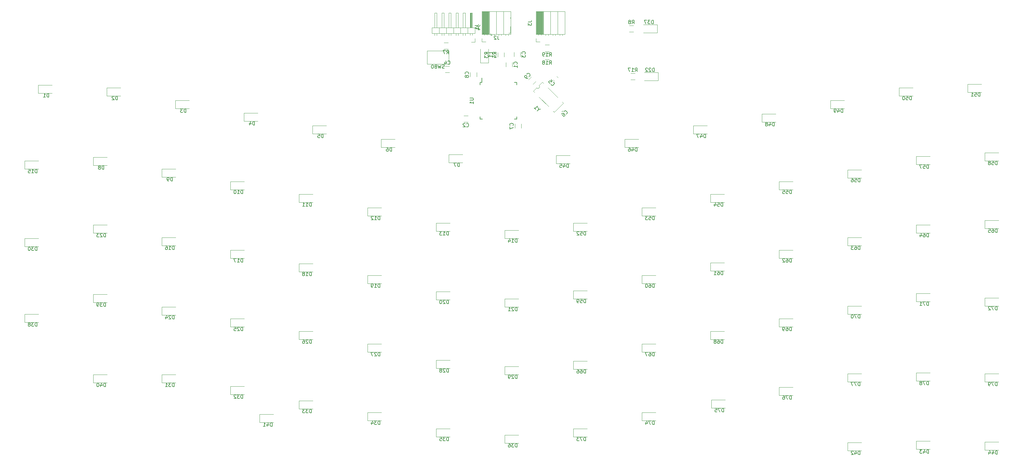
<source format=gbo>
G04 #@! TF.GenerationSoftware,KiCad,Pcbnew,5.1.9+dfsg1-1+deb11u1*
G04 #@! TF.CreationDate,2022-10-03T13:35:44+02:00*
G04 #@! TF.ProjectId,BalthazarKeyboard3-keycaps,42616c74-6861-47a6-9172-4b6579626f61,v0.2*
G04 #@! TF.SameCoordinates,Original*
G04 #@! TF.FileFunction,Legend,Bot*
G04 #@! TF.FilePolarity,Positive*
%FSLAX46Y46*%
G04 Gerber Fmt 4.6, Leading zero omitted, Abs format (unit mm)*
G04 Created by KiCad (PCBNEW 5.1.9+dfsg1-1+deb11u1) date 2022-10-03 13:35:44*
%MOMM*%
%LPD*%
G01*
G04 APERTURE LIST*
%ADD10C,0.150000*%
%ADD11C,0.120000*%
G04 APERTURE END LIST*
D10*
X145768000Y-64167000D02*
X145768000Y-62892000D01*
X145193000Y-74517000D02*
X145193000Y-73842000D01*
X155543000Y-74517000D02*
X155543000Y-73842000D01*
X155543000Y-64167000D02*
X155543000Y-64842000D01*
X145193000Y-64167000D02*
X145193000Y-64842000D01*
X155543000Y-64167000D02*
X154868000Y-64167000D01*
X155543000Y-74517000D02*
X154868000Y-74517000D01*
X145193000Y-74517000D02*
X145868000Y-74517000D01*
X145193000Y-64167000D02*
X145768000Y-64167000D01*
D11*
X148160000Y-50826500D02*
X148160000Y-50376500D01*
X148160000Y-50826500D02*
X148610000Y-50826500D01*
X153760000Y-50276500D02*
X153310000Y-50276500D01*
X153760000Y-48426500D02*
X153760000Y-50276500D01*
X145960000Y-45876500D02*
X145960000Y-46126500D01*
X153760000Y-45876500D02*
X153760000Y-46126500D01*
X145960000Y-48426500D02*
X145960000Y-50276500D01*
X145960000Y-50276500D02*
X146410000Y-50276500D01*
X271880000Y-167455000D02*
X267995000Y-167455000D01*
X267995000Y-167455000D02*
X267995000Y-165185000D01*
X267995000Y-165185000D02*
X271880000Y-165185000D01*
X188435064Y-48112000D02*
X187230936Y-48112000D01*
X188435064Y-49932000D02*
X187230936Y-49932000D01*
X161112000Y-44136000D02*
X161112000Y-50606000D01*
X161226118Y-44136000D02*
X161226118Y-50606000D01*
X161340236Y-44136000D02*
X161340236Y-50606000D01*
X161454354Y-44136000D02*
X161454354Y-50606000D01*
X161568472Y-44136000D02*
X161568472Y-50606000D01*
X161682590Y-44136000D02*
X161682590Y-50606000D01*
X161796708Y-44136000D02*
X161796708Y-50606000D01*
X161910826Y-44136000D02*
X161910826Y-50606000D01*
X162024944Y-44136000D02*
X162024944Y-50606000D01*
X162139062Y-44136000D02*
X162139062Y-50606000D01*
X162253180Y-44136000D02*
X162253180Y-50606000D01*
X162367298Y-44136000D02*
X162367298Y-50606000D01*
X162481416Y-44136000D02*
X162481416Y-50606000D01*
X162595534Y-44136000D02*
X162595534Y-50606000D01*
X162709652Y-44136000D02*
X162709652Y-50606000D01*
X162823770Y-44136000D02*
X162823770Y-50606000D01*
X162937888Y-44136000D02*
X162937888Y-50606000D01*
X161692000Y-50606000D02*
X161692000Y-50881000D01*
X162412000Y-50606000D02*
X162412000Y-50881000D01*
X163692000Y-50606000D02*
X163692000Y-50953083D01*
X164412000Y-50606000D02*
X164412000Y-50953083D01*
X165692000Y-50606000D02*
X165692000Y-50953083D01*
X166412000Y-50606000D02*
X166412000Y-50953083D01*
X167692000Y-50606000D02*
X167692000Y-50953083D01*
X168412000Y-50606000D02*
X168412000Y-50953083D01*
X163052000Y-44136000D02*
X163052000Y-50606000D01*
X165052000Y-44136000D02*
X165052000Y-50606000D01*
X167052000Y-44136000D02*
X167052000Y-50606000D01*
X160992000Y-44136000D02*
X160992000Y-50606000D01*
X160992000Y-50606000D02*
X169112000Y-50606000D01*
X169112000Y-44136000D02*
X169112000Y-50606000D01*
X160992000Y-44136000D02*
X169112000Y-44136000D01*
X160992000Y-52751000D02*
X162052000Y-52751000D01*
X160992000Y-51816000D02*
X160992000Y-52751000D01*
X156612000Y-56866064D02*
X156612000Y-55661936D01*
X154792000Y-56866064D02*
X154792000Y-55661936D01*
X24714000Y-67175000D02*
X20829000Y-67175000D01*
X20829000Y-67175000D02*
X20829000Y-64905000D01*
X20829000Y-64905000D02*
X24714000Y-64905000D01*
X44018000Y-67937000D02*
X40133000Y-67937000D01*
X40133000Y-67937000D02*
X40133000Y-65667000D01*
X40133000Y-65667000D02*
X44018000Y-65667000D01*
X63322000Y-71493000D02*
X59437000Y-71493000D01*
X59437000Y-71493000D02*
X59437000Y-69223000D01*
X59437000Y-69223000D02*
X63322000Y-69223000D01*
X82626000Y-75049000D02*
X78741000Y-75049000D01*
X78741000Y-75049000D02*
X78741000Y-72779000D01*
X78741000Y-72779000D02*
X82626000Y-72779000D01*
X101930000Y-78605000D02*
X98045000Y-78605000D01*
X98045000Y-78605000D02*
X98045000Y-76335000D01*
X98045000Y-76335000D02*
X101930000Y-76335000D01*
X121234000Y-82415000D02*
X117349000Y-82415000D01*
X117349000Y-82415000D02*
X117349000Y-80145000D01*
X117349000Y-80145000D02*
X121234000Y-80145000D01*
X140284000Y-86733000D02*
X136399000Y-86733000D01*
X136399000Y-86733000D02*
X136399000Y-84463000D01*
X136399000Y-84463000D02*
X140284000Y-84463000D01*
X40208000Y-87495000D02*
X36323000Y-87495000D01*
X36323000Y-87495000D02*
X36323000Y-85225000D01*
X36323000Y-85225000D02*
X40208000Y-85225000D01*
X59512000Y-90797000D02*
X55627000Y-90797000D01*
X55627000Y-90797000D02*
X55627000Y-88527000D01*
X55627000Y-88527000D02*
X59512000Y-88527000D01*
X78816000Y-94353000D02*
X74931000Y-94353000D01*
X74931000Y-94353000D02*
X74931000Y-92083000D01*
X74931000Y-92083000D02*
X78816000Y-92083000D01*
X98120000Y-97909000D02*
X94235000Y-97909000D01*
X94235000Y-97909000D02*
X94235000Y-95639000D01*
X94235000Y-95639000D02*
X98120000Y-95639000D01*
X117424000Y-101719000D02*
X113539000Y-101719000D01*
X113539000Y-101719000D02*
X113539000Y-99449000D01*
X113539000Y-99449000D02*
X117424000Y-99449000D01*
X136728000Y-106037000D02*
X132843000Y-106037000D01*
X132843000Y-106037000D02*
X132843000Y-103767000D01*
X132843000Y-103767000D02*
X136728000Y-103767000D01*
X156032000Y-108069000D02*
X152147000Y-108069000D01*
X152147000Y-108069000D02*
X152147000Y-105799000D01*
X152147000Y-105799000D02*
X156032000Y-105799000D01*
X20904000Y-88511000D02*
X17019000Y-88511000D01*
X17019000Y-88511000D02*
X17019000Y-86241000D01*
X17019000Y-86241000D02*
X20904000Y-86241000D01*
X59512000Y-110101000D02*
X55627000Y-110101000D01*
X55627000Y-110101000D02*
X55627000Y-107831000D01*
X55627000Y-107831000D02*
X59512000Y-107831000D01*
X78816000Y-113657000D02*
X74931000Y-113657000D01*
X74931000Y-113657000D02*
X74931000Y-111387000D01*
X74931000Y-111387000D02*
X78816000Y-111387000D01*
X98120000Y-117467000D02*
X94235000Y-117467000D01*
X94235000Y-117467000D02*
X94235000Y-115197000D01*
X94235000Y-115197000D02*
X98120000Y-115197000D01*
X117424000Y-120769000D02*
X113539000Y-120769000D01*
X113539000Y-120769000D02*
X113539000Y-118499000D01*
X113539000Y-118499000D02*
X117424000Y-118499000D01*
X136728000Y-125341000D02*
X132843000Y-125341000D01*
X132843000Y-125341000D02*
X132843000Y-123071000D01*
X132843000Y-123071000D02*
X136728000Y-123071000D01*
X156032000Y-127373000D02*
X152147000Y-127373000D01*
X152147000Y-127373000D02*
X152147000Y-125103000D01*
X152147000Y-125103000D02*
X156032000Y-125103000D01*
X40208000Y-106545000D02*
X36323000Y-106545000D01*
X36323000Y-106545000D02*
X36323000Y-104275000D01*
X36323000Y-104275000D02*
X40208000Y-104275000D01*
X59512000Y-129659000D02*
X55627000Y-129659000D01*
X55627000Y-129659000D02*
X55627000Y-127389000D01*
X55627000Y-127389000D02*
X59512000Y-127389000D01*
X78816000Y-132961000D02*
X74931000Y-132961000D01*
X74931000Y-132961000D02*
X74931000Y-130691000D01*
X74931000Y-130691000D02*
X78816000Y-130691000D01*
X98120000Y-136517000D02*
X94235000Y-136517000D01*
X94235000Y-136517000D02*
X94235000Y-134247000D01*
X94235000Y-134247000D02*
X98120000Y-134247000D01*
X117424000Y-140073000D02*
X113539000Y-140073000D01*
X113539000Y-140073000D02*
X113539000Y-137803000D01*
X113539000Y-137803000D02*
X117424000Y-137803000D01*
X136728000Y-144645000D02*
X132843000Y-144645000D01*
X132843000Y-144645000D02*
X132843000Y-142375000D01*
X132843000Y-142375000D02*
X136728000Y-142375000D01*
X156032000Y-146423000D02*
X152147000Y-146423000D01*
X152147000Y-146423000D02*
X152147000Y-144153000D01*
X152147000Y-144153000D02*
X156032000Y-144153000D01*
X20904000Y-110355000D02*
X17019000Y-110355000D01*
X17019000Y-110355000D02*
X17019000Y-108085000D01*
X17019000Y-108085000D02*
X20904000Y-108085000D01*
X59512000Y-148709000D02*
X55627000Y-148709000D01*
X55627000Y-148709000D02*
X55627000Y-146439000D01*
X55627000Y-146439000D02*
X59512000Y-146439000D01*
X78816000Y-152011000D02*
X74931000Y-152011000D01*
X74931000Y-152011000D02*
X74931000Y-149741000D01*
X74931000Y-149741000D02*
X78816000Y-149741000D01*
X98120000Y-156075000D02*
X94235000Y-156075000D01*
X94235000Y-156075000D02*
X94235000Y-153805000D01*
X94235000Y-153805000D02*
X98120000Y-153805000D01*
X117424000Y-159377000D02*
X113539000Y-159377000D01*
X113539000Y-159377000D02*
X113539000Y-157107000D01*
X113539000Y-157107000D02*
X117424000Y-157107000D01*
X136728000Y-163949000D02*
X132843000Y-163949000D01*
X132843000Y-163949000D02*
X132843000Y-161679000D01*
X132843000Y-161679000D02*
X136728000Y-161679000D01*
X156032000Y-165727000D02*
X152147000Y-165727000D01*
X152147000Y-165727000D02*
X152147000Y-163457000D01*
X152147000Y-163457000D02*
X156032000Y-163457000D01*
X20904000Y-131691000D02*
X17019000Y-131691000D01*
X17019000Y-131691000D02*
X17019000Y-129421000D01*
X17019000Y-129421000D02*
X20904000Y-129421000D01*
X40208000Y-126103000D02*
X36323000Y-126103000D01*
X36323000Y-126103000D02*
X36323000Y-123833000D01*
X36323000Y-123833000D02*
X40208000Y-123833000D01*
X40208000Y-148709000D02*
X36323000Y-148709000D01*
X36323000Y-148709000D02*
X36323000Y-146439000D01*
X36323000Y-146439000D02*
X40208000Y-146439000D01*
X87074000Y-159885000D02*
X83189000Y-159885000D01*
X83189000Y-159885000D02*
X83189000Y-157615000D01*
X83189000Y-157615000D02*
X87074000Y-157615000D01*
X252552000Y-167845000D02*
X248667000Y-167845000D01*
X248667000Y-167845000D02*
X248667000Y-165575000D01*
X248667000Y-165575000D02*
X252552000Y-165575000D01*
X291190000Y-167715000D02*
X287305000Y-167715000D01*
X287305000Y-167715000D02*
X287305000Y-165445000D01*
X287305000Y-165445000D02*
X291190000Y-165445000D01*
X170510000Y-86987000D02*
X166625000Y-86987000D01*
X166625000Y-86987000D02*
X166625000Y-84717000D01*
X166625000Y-84717000D02*
X170510000Y-84717000D01*
X189814000Y-82415000D02*
X185929000Y-82415000D01*
X185929000Y-82415000D02*
X185929000Y-80145000D01*
X185929000Y-80145000D02*
X189814000Y-80145000D01*
X209118000Y-78605000D02*
X205233000Y-78605000D01*
X205233000Y-78605000D02*
X205233000Y-76335000D01*
X205233000Y-76335000D02*
X209118000Y-76335000D01*
X228422000Y-75303000D02*
X224537000Y-75303000D01*
X224537000Y-75303000D02*
X224537000Y-73033000D01*
X224537000Y-73033000D02*
X228422000Y-73033000D01*
X247726000Y-71493000D02*
X243841000Y-71493000D01*
X243841000Y-71493000D02*
X243841000Y-69223000D01*
X243841000Y-69223000D02*
X247726000Y-69223000D01*
X267030000Y-67937000D02*
X263145000Y-67937000D01*
X263145000Y-67937000D02*
X263145000Y-65667000D01*
X263145000Y-65667000D02*
X267030000Y-65667000D01*
X286334000Y-66921000D02*
X282449000Y-66921000D01*
X282449000Y-66921000D02*
X282449000Y-64651000D01*
X282449000Y-64651000D02*
X286334000Y-64651000D01*
X175336000Y-106037000D02*
X171451000Y-106037000D01*
X171451000Y-106037000D02*
X171451000Y-103767000D01*
X171451000Y-103767000D02*
X175336000Y-103767000D01*
X194640000Y-101719000D02*
X190755000Y-101719000D01*
X190755000Y-101719000D02*
X190755000Y-99449000D01*
X190755000Y-99449000D02*
X194640000Y-99449000D01*
X213944000Y-97909000D02*
X210059000Y-97909000D01*
X210059000Y-97909000D02*
X210059000Y-95639000D01*
X210059000Y-95639000D02*
X213944000Y-95639000D01*
X233248000Y-94353000D02*
X229363000Y-94353000D01*
X229363000Y-94353000D02*
X229363000Y-92083000D01*
X229363000Y-92083000D02*
X233248000Y-92083000D01*
X252552000Y-91051000D02*
X248667000Y-91051000D01*
X248667000Y-91051000D02*
X248667000Y-88781000D01*
X248667000Y-88781000D02*
X252552000Y-88781000D01*
X271856000Y-87241000D02*
X267971000Y-87241000D01*
X267971000Y-87241000D02*
X267971000Y-84971000D01*
X267971000Y-84971000D02*
X271856000Y-84971000D01*
X291160000Y-86225000D02*
X287275000Y-86225000D01*
X287275000Y-86225000D02*
X287275000Y-83955000D01*
X287275000Y-83955000D02*
X291160000Y-83955000D01*
X175336000Y-125087000D02*
X171451000Y-125087000D01*
X171451000Y-125087000D02*
X171451000Y-122817000D01*
X171451000Y-122817000D02*
X175336000Y-122817000D01*
X194640000Y-120769000D02*
X190755000Y-120769000D01*
X190755000Y-120769000D02*
X190755000Y-118499000D01*
X190755000Y-118499000D02*
X194640000Y-118499000D01*
X213944000Y-117213000D02*
X210059000Y-117213000D01*
X210059000Y-117213000D02*
X210059000Y-114943000D01*
X210059000Y-114943000D02*
X213944000Y-114943000D01*
X233248000Y-113657000D02*
X229363000Y-113657000D01*
X229363000Y-113657000D02*
X229363000Y-111387000D01*
X229363000Y-111387000D02*
X233248000Y-111387000D01*
X252552000Y-110101000D02*
X248667000Y-110101000D01*
X248667000Y-110101000D02*
X248667000Y-107831000D01*
X248667000Y-107831000D02*
X252552000Y-107831000D01*
X271856000Y-106545000D02*
X267971000Y-106545000D01*
X267971000Y-106545000D02*
X267971000Y-104275000D01*
X267971000Y-104275000D02*
X271856000Y-104275000D01*
X291160000Y-105275000D02*
X287275000Y-105275000D01*
X287275000Y-105275000D02*
X287275000Y-103005000D01*
X287275000Y-103005000D02*
X291160000Y-103005000D01*
X175336000Y-144899000D02*
X171451000Y-144899000D01*
X171451000Y-144899000D02*
X171451000Y-142629000D01*
X171451000Y-142629000D02*
X175336000Y-142629000D01*
X194640000Y-140073000D02*
X190755000Y-140073000D01*
X190755000Y-140073000D02*
X190755000Y-137803000D01*
X190755000Y-137803000D02*
X194640000Y-137803000D01*
X213944000Y-136517000D02*
X210059000Y-136517000D01*
X210059000Y-136517000D02*
X210059000Y-134247000D01*
X210059000Y-134247000D02*
X213944000Y-134247000D01*
X233248000Y-132961000D02*
X229363000Y-132961000D01*
X229363000Y-132961000D02*
X229363000Y-130691000D01*
X229363000Y-130691000D02*
X233248000Y-130691000D01*
X252552000Y-129405000D02*
X248667000Y-129405000D01*
X248667000Y-129405000D02*
X248667000Y-127135000D01*
X248667000Y-127135000D02*
X252552000Y-127135000D01*
X267971000Y-123579000D02*
X271856000Y-123579000D01*
X267971000Y-125849000D02*
X267971000Y-123579000D01*
X271856000Y-125849000D02*
X267971000Y-125849000D01*
X287275000Y-124849000D02*
X291160000Y-124849000D01*
X287275000Y-127119000D02*
X287275000Y-124849000D01*
X291160000Y-127119000D02*
X287275000Y-127119000D01*
X175336000Y-163949000D02*
X171451000Y-163949000D01*
X171451000Y-163949000D02*
X171451000Y-161679000D01*
X171451000Y-161679000D02*
X175336000Y-161679000D01*
X194640000Y-159377000D02*
X190755000Y-159377000D01*
X190755000Y-159377000D02*
X190755000Y-157107000D01*
X190755000Y-157107000D02*
X194640000Y-157107000D01*
X214198000Y-155821000D02*
X210313000Y-155821000D01*
X210313000Y-155821000D02*
X210313000Y-153551000D01*
X210313000Y-153551000D02*
X214198000Y-153551000D01*
X233248000Y-152265000D02*
X229363000Y-152265000D01*
X229363000Y-152265000D02*
X229363000Y-149995000D01*
X229363000Y-149995000D02*
X233248000Y-149995000D01*
X252552000Y-148455000D02*
X248667000Y-148455000D01*
X248667000Y-148455000D02*
X248667000Y-146185000D01*
X248667000Y-146185000D02*
X252552000Y-146185000D01*
X271856000Y-148201000D02*
X267971000Y-148201000D01*
X267971000Y-148201000D02*
X267971000Y-145931000D01*
X267971000Y-145931000D02*
X271856000Y-145931000D01*
X291160000Y-148455000D02*
X287275000Y-148455000D01*
X287275000Y-148455000D02*
X287275000Y-146185000D01*
X287275000Y-146185000D02*
X291160000Y-146185000D01*
X147934000Y-55785936D02*
X147934000Y-56990064D01*
X149754000Y-55785936D02*
X149754000Y-56990064D01*
X150220000Y-55785936D02*
X150220000Y-56990064D01*
X152040000Y-55785936D02*
X152040000Y-56990064D01*
X135033936Y-54758000D02*
X136238064Y-54758000D01*
X135033936Y-52938000D02*
X136238064Y-52938000D01*
X165829716Y-72236300D02*
X166162056Y-72568641D01*
X166162056Y-72568641D02*
X168707641Y-70023056D01*
X168707641Y-70023056D02*
X168375300Y-69690716D01*
X161848705Y-68255289D02*
X164535711Y-70942295D01*
X161141598Y-65709705D02*
X160222359Y-66628944D01*
X162767944Y-64083359D02*
X161848705Y-65002598D01*
X160222359Y-66628944D02*
X160554700Y-66961284D01*
X162767944Y-64083359D02*
X163100284Y-64415700D01*
X167081295Y-68396711D02*
X164394289Y-65709705D01*
X161848706Y-65002599D02*
G75*
G02*
X161141598Y-65709705I-353554J-353553D01*
G01*
X191189000Y-47887000D02*
X195074000Y-47887000D01*
X195074000Y-47887000D02*
X195074000Y-50157000D01*
X195074000Y-50157000D02*
X191189000Y-50157000D01*
X145872000Y-44136000D02*
X145872000Y-50606000D01*
X145986118Y-44136000D02*
X145986118Y-50606000D01*
X146100236Y-44136000D02*
X146100236Y-50606000D01*
X146214354Y-44136000D02*
X146214354Y-50606000D01*
X146328472Y-44136000D02*
X146328472Y-50606000D01*
X146442590Y-44136000D02*
X146442590Y-50606000D01*
X146556708Y-44136000D02*
X146556708Y-50606000D01*
X146670826Y-44136000D02*
X146670826Y-50606000D01*
X146784944Y-44136000D02*
X146784944Y-50606000D01*
X146899062Y-44136000D02*
X146899062Y-50606000D01*
X147013180Y-44136000D02*
X147013180Y-50606000D01*
X147127298Y-44136000D02*
X147127298Y-50606000D01*
X147241416Y-44136000D02*
X147241416Y-50606000D01*
X147355534Y-44136000D02*
X147355534Y-50606000D01*
X147469652Y-44136000D02*
X147469652Y-50606000D01*
X147583770Y-44136000D02*
X147583770Y-50606000D01*
X147697888Y-44136000D02*
X147697888Y-50606000D01*
X146452000Y-50606000D02*
X146452000Y-50881000D01*
X147172000Y-50606000D02*
X147172000Y-50881000D01*
X148452000Y-50606000D02*
X148452000Y-50953083D01*
X149172000Y-50606000D02*
X149172000Y-50953083D01*
X150452000Y-50606000D02*
X150452000Y-50953083D01*
X151172000Y-50606000D02*
X151172000Y-50953083D01*
X152452000Y-50606000D02*
X152452000Y-50953083D01*
X153172000Y-50606000D02*
X153172000Y-50953083D01*
X147812000Y-44136000D02*
X147812000Y-50606000D01*
X149812000Y-44136000D02*
X149812000Y-50606000D01*
X151812000Y-44136000D02*
X151812000Y-50606000D01*
X145752000Y-44136000D02*
X145752000Y-50606000D01*
X145752000Y-50606000D02*
X153872000Y-50606000D01*
X153872000Y-44136000D02*
X153872000Y-50606000D01*
X145752000Y-44136000D02*
X153872000Y-44136000D01*
X145752000Y-52751000D02*
X146812000Y-52751000D01*
X145752000Y-51816000D02*
X145752000Y-52751000D01*
X154326000Y-59784064D02*
X154326000Y-58579936D01*
X152506000Y-59784064D02*
X152506000Y-58579936D01*
X140621936Y-73512000D02*
X141826064Y-73512000D01*
X140621936Y-75332000D02*
X141826064Y-75332000D01*
X145296000Y-58673000D02*
X145296000Y-54788000D01*
X147566000Y-58673000D02*
X145296000Y-58673000D01*
X147566000Y-54788000D02*
X147566000Y-58673000D01*
X136619064Y-61362000D02*
X135414936Y-61362000D01*
X136619064Y-59542000D02*
X135414936Y-59542000D01*
X156866000Y-75851936D02*
X156866000Y-77056064D01*
X155046000Y-75851936D02*
X155046000Y-77056064D01*
X142473000Y-61376936D02*
X142473000Y-62581064D01*
X144293000Y-61376936D02*
X144293000Y-62581064D01*
X160962191Y-63844744D02*
X160110744Y-64696191D01*
X159675256Y-62557809D02*
X158823809Y-63409256D01*
X163484936Y-57679000D02*
X164689064Y-57679000D01*
X163484936Y-55859000D02*
X164689064Y-55859000D01*
X163481936Y-53573000D02*
X164686064Y-53573000D01*
X163481936Y-55393000D02*
X164686064Y-55393000D01*
X130290000Y-55300000D02*
X130290000Y-59000000D01*
X136410000Y-55300000D02*
X130290000Y-55300000D01*
X136410000Y-59000000D02*
X136410000Y-55300000D01*
X130290000Y-59000000D02*
X136410000Y-59000000D01*
X165812112Y-63438204D02*
X166177796Y-63803888D01*
X166816204Y-62434112D02*
X167181888Y-62799796D01*
X167209112Y-71435796D02*
X167574796Y-71070112D01*
X168213204Y-72439888D02*
X168578888Y-72074204D01*
X195325000Y-63619000D02*
X191440000Y-63619000D01*
X195325000Y-61349000D02*
X195325000Y-63619000D01*
X191440000Y-61349000D02*
X195325000Y-61349000D01*
X188816064Y-63394000D02*
X187611936Y-63394000D01*
X188816064Y-61574000D02*
X187611936Y-61574000D01*
X143748000Y-52816000D02*
X143748000Y-51816000D01*
X142748000Y-52816000D02*
X143748000Y-52816000D01*
X132438000Y-50933886D02*
X132438000Y-50376000D01*
X133058000Y-50933886D02*
X133058000Y-50376000D01*
X132438000Y-44556000D02*
X132438000Y-48756000D01*
X133058000Y-44556000D02*
X132438000Y-44556000D01*
X133058000Y-48756000D02*
X133058000Y-44556000D01*
X133748000Y-50376000D02*
X133748000Y-48756000D01*
X134438000Y-50933886D02*
X134438000Y-50376000D01*
X135058000Y-50933886D02*
X135058000Y-50376000D01*
X134438000Y-44556000D02*
X134438000Y-48756000D01*
X135058000Y-44556000D02*
X134438000Y-44556000D01*
X135058000Y-48756000D02*
X135058000Y-44556000D01*
X135748000Y-50376000D02*
X135748000Y-48756000D01*
X136438000Y-50933886D02*
X136438000Y-50376000D01*
X137058000Y-50933886D02*
X137058000Y-50376000D01*
X136438000Y-44556000D02*
X136438000Y-48756000D01*
X137058000Y-44556000D02*
X136438000Y-44556000D01*
X137058000Y-48756000D02*
X137058000Y-44556000D01*
X137748000Y-50376000D02*
X137748000Y-48756000D01*
X138438000Y-50933886D02*
X138438000Y-50376000D01*
X139058000Y-50933886D02*
X139058000Y-50376000D01*
X138438000Y-44556000D02*
X138438000Y-48756000D01*
X139058000Y-44556000D02*
X138438000Y-44556000D01*
X139058000Y-48756000D02*
X139058000Y-44556000D01*
X139748000Y-50376000D02*
X139748000Y-48756000D01*
X140438000Y-50933886D02*
X140438000Y-50376000D01*
X141058000Y-50933886D02*
X141058000Y-50376000D01*
X140438000Y-44556000D02*
X140438000Y-48756000D01*
X141058000Y-44556000D02*
X140438000Y-44556000D01*
X141058000Y-48756000D02*
X141058000Y-44556000D01*
X141748000Y-50376000D02*
X141748000Y-48756000D01*
X142438000Y-50881000D02*
X142438000Y-50376000D01*
X143058000Y-50881000D02*
X143058000Y-50376000D01*
X142518000Y-48756000D02*
X142518000Y-44556000D01*
X142638000Y-48756000D02*
X142638000Y-44556000D01*
X142758000Y-48756000D02*
X142758000Y-44556000D01*
X142878000Y-48756000D02*
X142878000Y-44556000D01*
X142998000Y-48756000D02*
X142998000Y-44556000D01*
X142438000Y-44556000D02*
X142438000Y-48756000D01*
X143058000Y-44556000D02*
X142438000Y-44556000D01*
X143058000Y-48756000D02*
X143058000Y-44556000D01*
X143808000Y-48756000D02*
X143808000Y-50376000D01*
X131688000Y-48756000D02*
X143808000Y-48756000D01*
X131688000Y-50376000D02*
X131688000Y-48756000D01*
X143808000Y-50376000D02*
X131688000Y-50376000D01*
D10*
X142370380Y-68580095D02*
X143179904Y-68580095D01*
X143275142Y-68627714D01*
X143322761Y-68675333D01*
X143370380Y-68770571D01*
X143370380Y-68961047D01*
X143322761Y-69056285D01*
X143275142Y-69103904D01*
X143179904Y-69151523D01*
X142370380Y-69151523D01*
X143370380Y-70151523D02*
X143370380Y-69580095D01*
X143370380Y-69865809D02*
X142370380Y-69865809D01*
X142513238Y-69770571D01*
X142608476Y-69675333D01*
X142656095Y-69580095D01*
X150193333Y-51078880D02*
X150193333Y-51793166D01*
X150240952Y-51936023D01*
X150336190Y-52031261D01*
X150479047Y-52078880D01*
X150574285Y-52078880D01*
X149764761Y-51174119D02*
X149717142Y-51126500D01*
X149621904Y-51078880D01*
X149383809Y-51078880D01*
X149288571Y-51126500D01*
X149240952Y-51174119D01*
X149193333Y-51269357D01*
X149193333Y-51364595D01*
X149240952Y-51507452D01*
X149812380Y-52078880D01*
X149193333Y-52078880D01*
X271494285Y-168592380D02*
X271494285Y-167592380D01*
X271256190Y-167592380D01*
X271113333Y-167640000D01*
X271018095Y-167735238D01*
X270970476Y-167830476D01*
X270922857Y-168020952D01*
X270922857Y-168163809D01*
X270970476Y-168354285D01*
X271018095Y-168449523D01*
X271113333Y-168544761D01*
X271256190Y-168592380D01*
X271494285Y-168592380D01*
X270065714Y-167925714D02*
X270065714Y-168592380D01*
X270303809Y-167544761D02*
X270541904Y-168259047D01*
X269922857Y-168259047D01*
X269637142Y-167592380D02*
X269018095Y-167592380D01*
X269351428Y-167973333D01*
X269208571Y-167973333D01*
X269113333Y-168020952D01*
X269065714Y-168068571D01*
X269018095Y-168163809D01*
X269018095Y-168401904D01*
X269065714Y-168497142D01*
X269113333Y-168544761D01*
X269208571Y-168592380D01*
X269494285Y-168592380D01*
X269589523Y-168544761D01*
X269637142Y-168497142D01*
X187999666Y-47654380D02*
X188333000Y-47178190D01*
X188571095Y-47654380D02*
X188571095Y-46654380D01*
X188190142Y-46654380D01*
X188094904Y-46702000D01*
X188047285Y-46749619D01*
X187999666Y-46844857D01*
X187999666Y-46987714D01*
X188047285Y-47082952D01*
X188094904Y-47130571D01*
X188190142Y-47178190D01*
X188571095Y-47178190D01*
X187428238Y-47082952D02*
X187523476Y-47035333D01*
X187571095Y-46987714D01*
X187618714Y-46892476D01*
X187618714Y-46844857D01*
X187571095Y-46749619D01*
X187523476Y-46702000D01*
X187428238Y-46654380D01*
X187237761Y-46654380D01*
X187142523Y-46702000D01*
X187094904Y-46749619D01*
X187047285Y-46844857D01*
X187047285Y-46892476D01*
X187094904Y-46987714D01*
X187142523Y-47035333D01*
X187237761Y-47082952D01*
X187428238Y-47082952D01*
X187523476Y-47130571D01*
X187571095Y-47178190D01*
X187618714Y-47273428D01*
X187618714Y-47463904D01*
X187571095Y-47559142D01*
X187523476Y-47606761D01*
X187428238Y-47654380D01*
X187237761Y-47654380D01*
X187142523Y-47606761D01*
X187094904Y-47559142D01*
X187047285Y-47463904D01*
X187047285Y-47273428D01*
X187094904Y-47178190D01*
X187142523Y-47130571D01*
X187237761Y-47082952D01*
X158734380Y-47102666D02*
X159448666Y-47102666D01*
X159591523Y-47055047D01*
X159686761Y-46959809D01*
X159734380Y-46816952D01*
X159734380Y-46721714D01*
X158734380Y-47483619D02*
X158734380Y-48102666D01*
X159115333Y-47769333D01*
X159115333Y-47912190D01*
X159162952Y-48007428D01*
X159210571Y-48055047D01*
X159305809Y-48102666D01*
X159543904Y-48102666D01*
X159639142Y-48055047D01*
X159686761Y-48007428D01*
X159734380Y-47912190D01*
X159734380Y-47626476D01*
X159686761Y-47531238D01*
X159639142Y-47483619D01*
X157879142Y-56097333D02*
X157926761Y-56049714D01*
X157974380Y-55906857D01*
X157974380Y-55811619D01*
X157926761Y-55668761D01*
X157831523Y-55573523D01*
X157736285Y-55525904D01*
X157545809Y-55478285D01*
X157402952Y-55478285D01*
X157212476Y-55525904D01*
X157117238Y-55573523D01*
X157022000Y-55668761D01*
X156974380Y-55811619D01*
X156974380Y-55906857D01*
X157022000Y-56049714D01*
X157069619Y-56097333D01*
X156974380Y-56430666D02*
X156974380Y-57049714D01*
X157355333Y-56716380D01*
X157355333Y-56859238D01*
X157402952Y-56954476D01*
X157450571Y-57002095D01*
X157545809Y-57049714D01*
X157783904Y-57049714D01*
X157879142Y-57002095D01*
X157926761Y-56954476D01*
X157974380Y-56859238D01*
X157974380Y-56573523D01*
X157926761Y-56478285D01*
X157879142Y-56430666D01*
X23852095Y-68312380D02*
X23852095Y-67312380D01*
X23614000Y-67312380D01*
X23471142Y-67360000D01*
X23375904Y-67455238D01*
X23328285Y-67550476D01*
X23280666Y-67740952D01*
X23280666Y-67883809D01*
X23328285Y-68074285D01*
X23375904Y-68169523D01*
X23471142Y-68264761D01*
X23614000Y-68312380D01*
X23852095Y-68312380D01*
X22328285Y-68312380D02*
X22899714Y-68312380D01*
X22614000Y-68312380D02*
X22614000Y-67312380D01*
X22709238Y-67455238D01*
X22804476Y-67550476D01*
X22899714Y-67598095D01*
X43156095Y-69074380D02*
X43156095Y-68074380D01*
X42918000Y-68074380D01*
X42775142Y-68122000D01*
X42679904Y-68217238D01*
X42632285Y-68312476D01*
X42584666Y-68502952D01*
X42584666Y-68645809D01*
X42632285Y-68836285D01*
X42679904Y-68931523D01*
X42775142Y-69026761D01*
X42918000Y-69074380D01*
X43156095Y-69074380D01*
X42203714Y-68169619D02*
X42156095Y-68122000D01*
X42060857Y-68074380D01*
X41822761Y-68074380D01*
X41727523Y-68122000D01*
X41679904Y-68169619D01*
X41632285Y-68264857D01*
X41632285Y-68360095D01*
X41679904Y-68502952D01*
X42251333Y-69074380D01*
X41632285Y-69074380D01*
X62460095Y-72630380D02*
X62460095Y-71630380D01*
X62222000Y-71630380D01*
X62079142Y-71678000D01*
X61983904Y-71773238D01*
X61936285Y-71868476D01*
X61888666Y-72058952D01*
X61888666Y-72201809D01*
X61936285Y-72392285D01*
X61983904Y-72487523D01*
X62079142Y-72582761D01*
X62222000Y-72630380D01*
X62460095Y-72630380D01*
X61555333Y-71630380D02*
X60936285Y-71630380D01*
X61269619Y-72011333D01*
X61126761Y-72011333D01*
X61031523Y-72058952D01*
X60983904Y-72106571D01*
X60936285Y-72201809D01*
X60936285Y-72439904D01*
X60983904Y-72535142D01*
X61031523Y-72582761D01*
X61126761Y-72630380D01*
X61412476Y-72630380D01*
X61507714Y-72582761D01*
X61555333Y-72535142D01*
X81764095Y-76186380D02*
X81764095Y-75186380D01*
X81526000Y-75186380D01*
X81383142Y-75234000D01*
X81287904Y-75329238D01*
X81240285Y-75424476D01*
X81192666Y-75614952D01*
X81192666Y-75757809D01*
X81240285Y-75948285D01*
X81287904Y-76043523D01*
X81383142Y-76138761D01*
X81526000Y-76186380D01*
X81764095Y-76186380D01*
X80335523Y-75519714D02*
X80335523Y-76186380D01*
X80573619Y-75138761D02*
X80811714Y-75853047D01*
X80192666Y-75853047D01*
X101068095Y-79742380D02*
X101068095Y-78742380D01*
X100830000Y-78742380D01*
X100687142Y-78790000D01*
X100591904Y-78885238D01*
X100544285Y-78980476D01*
X100496666Y-79170952D01*
X100496666Y-79313809D01*
X100544285Y-79504285D01*
X100591904Y-79599523D01*
X100687142Y-79694761D01*
X100830000Y-79742380D01*
X101068095Y-79742380D01*
X99591904Y-78742380D02*
X100068095Y-78742380D01*
X100115714Y-79218571D01*
X100068095Y-79170952D01*
X99972857Y-79123333D01*
X99734761Y-79123333D01*
X99639523Y-79170952D01*
X99591904Y-79218571D01*
X99544285Y-79313809D01*
X99544285Y-79551904D01*
X99591904Y-79647142D01*
X99639523Y-79694761D01*
X99734761Y-79742380D01*
X99972857Y-79742380D01*
X100068095Y-79694761D01*
X100115714Y-79647142D01*
X120372095Y-83552380D02*
X120372095Y-82552380D01*
X120134000Y-82552380D01*
X119991142Y-82600000D01*
X119895904Y-82695238D01*
X119848285Y-82790476D01*
X119800666Y-82980952D01*
X119800666Y-83123809D01*
X119848285Y-83314285D01*
X119895904Y-83409523D01*
X119991142Y-83504761D01*
X120134000Y-83552380D01*
X120372095Y-83552380D01*
X118943523Y-82552380D02*
X119134000Y-82552380D01*
X119229238Y-82600000D01*
X119276857Y-82647619D01*
X119372095Y-82790476D01*
X119419714Y-82980952D01*
X119419714Y-83361904D01*
X119372095Y-83457142D01*
X119324476Y-83504761D01*
X119229238Y-83552380D01*
X119038761Y-83552380D01*
X118943523Y-83504761D01*
X118895904Y-83457142D01*
X118848285Y-83361904D01*
X118848285Y-83123809D01*
X118895904Y-83028571D01*
X118943523Y-82980952D01*
X119038761Y-82933333D01*
X119229238Y-82933333D01*
X119324476Y-82980952D01*
X119372095Y-83028571D01*
X119419714Y-83123809D01*
X139422095Y-87870380D02*
X139422095Y-86870380D01*
X139184000Y-86870380D01*
X139041142Y-86918000D01*
X138945904Y-87013238D01*
X138898285Y-87108476D01*
X138850666Y-87298952D01*
X138850666Y-87441809D01*
X138898285Y-87632285D01*
X138945904Y-87727523D01*
X139041142Y-87822761D01*
X139184000Y-87870380D01*
X139422095Y-87870380D01*
X138517333Y-86870380D02*
X137850666Y-86870380D01*
X138279238Y-87870380D01*
X39346095Y-88632380D02*
X39346095Y-87632380D01*
X39108000Y-87632380D01*
X38965142Y-87680000D01*
X38869904Y-87775238D01*
X38822285Y-87870476D01*
X38774666Y-88060952D01*
X38774666Y-88203809D01*
X38822285Y-88394285D01*
X38869904Y-88489523D01*
X38965142Y-88584761D01*
X39108000Y-88632380D01*
X39346095Y-88632380D01*
X38203238Y-88060952D02*
X38298476Y-88013333D01*
X38346095Y-87965714D01*
X38393714Y-87870476D01*
X38393714Y-87822857D01*
X38346095Y-87727619D01*
X38298476Y-87680000D01*
X38203238Y-87632380D01*
X38012761Y-87632380D01*
X37917523Y-87680000D01*
X37869904Y-87727619D01*
X37822285Y-87822857D01*
X37822285Y-87870476D01*
X37869904Y-87965714D01*
X37917523Y-88013333D01*
X38012761Y-88060952D01*
X38203238Y-88060952D01*
X38298476Y-88108571D01*
X38346095Y-88156190D01*
X38393714Y-88251428D01*
X38393714Y-88441904D01*
X38346095Y-88537142D01*
X38298476Y-88584761D01*
X38203238Y-88632380D01*
X38012761Y-88632380D01*
X37917523Y-88584761D01*
X37869904Y-88537142D01*
X37822285Y-88441904D01*
X37822285Y-88251428D01*
X37869904Y-88156190D01*
X37917523Y-88108571D01*
X38012761Y-88060952D01*
X58650095Y-91934380D02*
X58650095Y-90934380D01*
X58412000Y-90934380D01*
X58269142Y-90982000D01*
X58173904Y-91077238D01*
X58126285Y-91172476D01*
X58078666Y-91362952D01*
X58078666Y-91505809D01*
X58126285Y-91696285D01*
X58173904Y-91791523D01*
X58269142Y-91886761D01*
X58412000Y-91934380D01*
X58650095Y-91934380D01*
X57602476Y-91934380D02*
X57412000Y-91934380D01*
X57316761Y-91886761D01*
X57269142Y-91839142D01*
X57173904Y-91696285D01*
X57126285Y-91505809D01*
X57126285Y-91124857D01*
X57173904Y-91029619D01*
X57221523Y-90982000D01*
X57316761Y-90934380D01*
X57507238Y-90934380D01*
X57602476Y-90982000D01*
X57650095Y-91029619D01*
X57697714Y-91124857D01*
X57697714Y-91362952D01*
X57650095Y-91458190D01*
X57602476Y-91505809D01*
X57507238Y-91553428D01*
X57316761Y-91553428D01*
X57221523Y-91505809D01*
X57173904Y-91458190D01*
X57126285Y-91362952D01*
X78430285Y-95490380D02*
X78430285Y-94490380D01*
X78192190Y-94490380D01*
X78049333Y-94538000D01*
X77954095Y-94633238D01*
X77906476Y-94728476D01*
X77858857Y-94918952D01*
X77858857Y-95061809D01*
X77906476Y-95252285D01*
X77954095Y-95347523D01*
X78049333Y-95442761D01*
X78192190Y-95490380D01*
X78430285Y-95490380D01*
X76906476Y-95490380D02*
X77477904Y-95490380D01*
X77192190Y-95490380D02*
X77192190Y-94490380D01*
X77287428Y-94633238D01*
X77382666Y-94728476D01*
X77477904Y-94776095D01*
X76287428Y-94490380D02*
X76192190Y-94490380D01*
X76096952Y-94538000D01*
X76049333Y-94585619D01*
X76001714Y-94680857D01*
X75954095Y-94871333D01*
X75954095Y-95109428D01*
X76001714Y-95299904D01*
X76049333Y-95395142D01*
X76096952Y-95442761D01*
X76192190Y-95490380D01*
X76287428Y-95490380D01*
X76382666Y-95442761D01*
X76430285Y-95395142D01*
X76477904Y-95299904D01*
X76525523Y-95109428D01*
X76525523Y-94871333D01*
X76477904Y-94680857D01*
X76430285Y-94585619D01*
X76382666Y-94538000D01*
X76287428Y-94490380D01*
X97734285Y-99046380D02*
X97734285Y-98046380D01*
X97496190Y-98046380D01*
X97353333Y-98094000D01*
X97258095Y-98189238D01*
X97210476Y-98284476D01*
X97162857Y-98474952D01*
X97162857Y-98617809D01*
X97210476Y-98808285D01*
X97258095Y-98903523D01*
X97353333Y-98998761D01*
X97496190Y-99046380D01*
X97734285Y-99046380D01*
X96210476Y-99046380D02*
X96781904Y-99046380D01*
X96496190Y-99046380D02*
X96496190Y-98046380D01*
X96591428Y-98189238D01*
X96686666Y-98284476D01*
X96781904Y-98332095D01*
X95258095Y-99046380D02*
X95829523Y-99046380D01*
X95543809Y-99046380D02*
X95543809Y-98046380D01*
X95639047Y-98189238D01*
X95734285Y-98284476D01*
X95829523Y-98332095D01*
X117038285Y-102856380D02*
X117038285Y-101856380D01*
X116800190Y-101856380D01*
X116657333Y-101904000D01*
X116562095Y-101999238D01*
X116514476Y-102094476D01*
X116466857Y-102284952D01*
X116466857Y-102427809D01*
X116514476Y-102618285D01*
X116562095Y-102713523D01*
X116657333Y-102808761D01*
X116800190Y-102856380D01*
X117038285Y-102856380D01*
X115514476Y-102856380D02*
X116085904Y-102856380D01*
X115800190Y-102856380D02*
X115800190Y-101856380D01*
X115895428Y-101999238D01*
X115990666Y-102094476D01*
X116085904Y-102142095D01*
X115133523Y-101951619D02*
X115085904Y-101904000D01*
X114990666Y-101856380D01*
X114752571Y-101856380D01*
X114657333Y-101904000D01*
X114609714Y-101951619D01*
X114562095Y-102046857D01*
X114562095Y-102142095D01*
X114609714Y-102284952D01*
X115181142Y-102856380D01*
X114562095Y-102856380D01*
X136342285Y-107174380D02*
X136342285Y-106174380D01*
X136104190Y-106174380D01*
X135961333Y-106222000D01*
X135866095Y-106317238D01*
X135818476Y-106412476D01*
X135770857Y-106602952D01*
X135770857Y-106745809D01*
X135818476Y-106936285D01*
X135866095Y-107031523D01*
X135961333Y-107126761D01*
X136104190Y-107174380D01*
X136342285Y-107174380D01*
X134818476Y-107174380D02*
X135389904Y-107174380D01*
X135104190Y-107174380D02*
X135104190Y-106174380D01*
X135199428Y-106317238D01*
X135294666Y-106412476D01*
X135389904Y-106460095D01*
X134485142Y-106174380D02*
X133866095Y-106174380D01*
X134199428Y-106555333D01*
X134056571Y-106555333D01*
X133961333Y-106602952D01*
X133913714Y-106650571D01*
X133866095Y-106745809D01*
X133866095Y-106983904D01*
X133913714Y-107079142D01*
X133961333Y-107126761D01*
X134056571Y-107174380D01*
X134342285Y-107174380D01*
X134437523Y-107126761D01*
X134485142Y-107079142D01*
X155646285Y-109206380D02*
X155646285Y-108206380D01*
X155408190Y-108206380D01*
X155265333Y-108254000D01*
X155170095Y-108349238D01*
X155122476Y-108444476D01*
X155074857Y-108634952D01*
X155074857Y-108777809D01*
X155122476Y-108968285D01*
X155170095Y-109063523D01*
X155265333Y-109158761D01*
X155408190Y-109206380D01*
X155646285Y-109206380D01*
X154122476Y-109206380D02*
X154693904Y-109206380D01*
X154408190Y-109206380D02*
X154408190Y-108206380D01*
X154503428Y-108349238D01*
X154598666Y-108444476D01*
X154693904Y-108492095D01*
X153265333Y-108539714D02*
X153265333Y-109206380D01*
X153503428Y-108158761D02*
X153741523Y-108873047D01*
X153122476Y-108873047D01*
X20518285Y-89648380D02*
X20518285Y-88648380D01*
X20280190Y-88648380D01*
X20137333Y-88696000D01*
X20042095Y-88791238D01*
X19994476Y-88886476D01*
X19946857Y-89076952D01*
X19946857Y-89219809D01*
X19994476Y-89410285D01*
X20042095Y-89505523D01*
X20137333Y-89600761D01*
X20280190Y-89648380D01*
X20518285Y-89648380D01*
X18994476Y-89648380D02*
X19565904Y-89648380D01*
X19280190Y-89648380D02*
X19280190Y-88648380D01*
X19375428Y-88791238D01*
X19470666Y-88886476D01*
X19565904Y-88934095D01*
X18089714Y-88648380D02*
X18565904Y-88648380D01*
X18613523Y-89124571D01*
X18565904Y-89076952D01*
X18470666Y-89029333D01*
X18232571Y-89029333D01*
X18137333Y-89076952D01*
X18089714Y-89124571D01*
X18042095Y-89219809D01*
X18042095Y-89457904D01*
X18089714Y-89553142D01*
X18137333Y-89600761D01*
X18232571Y-89648380D01*
X18470666Y-89648380D01*
X18565904Y-89600761D01*
X18613523Y-89553142D01*
X59126285Y-111238380D02*
X59126285Y-110238380D01*
X58888190Y-110238380D01*
X58745333Y-110286000D01*
X58650095Y-110381238D01*
X58602476Y-110476476D01*
X58554857Y-110666952D01*
X58554857Y-110809809D01*
X58602476Y-111000285D01*
X58650095Y-111095523D01*
X58745333Y-111190761D01*
X58888190Y-111238380D01*
X59126285Y-111238380D01*
X57602476Y-111238380D02*
X58173904Y-111238380D01*
X57888190Y-111238380D02*
X57888190Y-110238380D01*
X57983428Y-110381238D01*
X58078666Y-110476476D01*
X58173904Y-110524095D01*
X56745333Y-110238380D02*
X56935809Y-110238380D01*
X57031047Y-110286000D01*
X57078666Y-110333619D01*
X57173904Y-110476476D01*
X57221523Y-110666952D01*
X57221523Y-111047904D01*
X57173904Y-111143142D01*
X57126285Y-111190761D01*
X57031047Y-111238380D01*
X56840571Y-111238380D01*
X56745333Y-111190761D01*
X56697714Y-111143142D01*
X56650095Y-111047904D01*
X56650095Y-110809809D01*
X56697714Y-110714571D01*
X56745333Y-110666952D01*
X56840571Y-110619333D01*
X57031047Y-110619333D01*
X57126285Y-110666952D01*
X57173904Y-110714571D01*
X57221523Y-110809809D01*
X78430285Y-114794380D02*
X78430285Y-113794380D01*
X78192190Y-113794380D01*
X78049333Y-113842000D01*
X77954095Y-113937238D01*
X77906476Y-114032476D01*
X77858857Y-114222952D01*
X77858857Y-114365809D01*
X77906476Y-114556285D01*
X77954095Y-114651523D01*
X78049333Y-114746761D01*
X78192190Y-114794380D01*
X78430285Y-114794380D01*
X76906476Y-114794380D02*
X77477904Y-114794380D01*
X77192190Y-114794380D02*
X77192190Y-113794380D01*
X77287428Y-113937238D01*
X77382666Y-114032476D01*
X77477904Y-114080095D01*
X76573142Y-113794380D02*
X75906476Y-113794380D01*
X76335047Y-114794380D01*
X97734285Y-118604380D02*
X97734285Y-117604380D01*
X97496190Y-117604380D01*
X97353333Y-117652000D01*
X97258095Y-117747238D01*
X97210476Y-117842476D01*
X97162857Y-118032952D01*
X97162857Y-118175809D01*
X97210476Y-118366285D01*
X97258095Y-118461523D01*
X97353333Y-118556761D01*
X97496190Y-118604380D01*
X97734285Y-118604380D01*
X96210476Y-118604380D02*
X96781904Y-118604380D01*
X96496190Y-118604380D02*
X96496190Y-117604380D01*
X96591428Y-117747238D01*
X96686666Y-117842476D01*
X96781904Y-117890095D01*
X95639047Y-118032952D02*
X95734285Y-117985333D01*
X95781904Y-117937714D01*
X95829523Y-117842476D01*
X95829523Y-117794857D01*
X95781904Y-117699619D01*
X95734285Y-117652000D01*
X95639047Y-117604380D01*
X95448571Y-117604380D01*
X95353333Y-117652000D01*
X95305714Y-117699619D01*
X95258095Y-117794857D01*
X95258095Y-117842476D01*
X95305714Y-117937714D01*
X95353333Y-117985333D01*
X95448571Y-118032952D01*
X95639047Y-118032952D01*
X95734285Y-118080571D01*
X95781904Y-118128190D01*
X95829523Y-118223428D01*
X95829523Y-118413904D01*
X95781904Y-118509142D01*
X95734285Y-118556761D01*
X95639047Y-118604380D01*
X95448571Y-118604380D01*
X95353333Y-118556761D01*
X95305714Y-118509142D01*
X95258095Y-118413904D01*
X95258095Y-118223428D01*
X95305714Y-118128190D01*
X95353333Y-118080571D01*
X95448571Y-118032952D01*
X117038285Y-121906380D02*
X117038285Y-120906380D01*
X116800190Y-120906380D01*
X116657333Y-120954000D01*
X116562095Y-121049238D01*
X116514476Y-121144476D01*
X116466857Y-121334952D01*
X116466857Y-121477809D01*
X116514476Y-121668285D01*
X116562095Y-121763523D01*
X116657333Y-121858761D01*
X116800190Y-121906380D01*
X117038285Y-121906380D01*
X115514476Y-121906380D02*
X116085904Y-121906380D01*
X115800190Y-121906380D02*
X115800190Y-120906380D01*
X115895428Y-121049238D01*
X115990666Y-121144476D01*
X116085904Y-121192095D01*
X115038285Y-121906380D02*
X114847809Y-121906380D01*
X114752571Y-121858761D01*
X114704952Y-121811142D01*
X114609714Y-121668285D01*
X114562095Y-121477809D01*
X114562095Y-121096857D01*
X114609714Y-121001619D01*
X114657333Y-120954000D01*
X114752571Y-120906380D01*
X114943047Y-120906380D01*
X115038285Y-120954000D01*
X115085904Y-121001619D01*
X115133523Y-121096857D01*
X115133523Y-121334952D01*
X115085904Y-121430190D01*
X115038285Y-121477809D01*
X114943047Y-121525428D01*
X114752571Y-121525428D01*
X114657333Y-121477809D01*
X114609714Y-121430190D01*
X114562095Y-121334952D01*
X136342285Y-126478380D02*
X136342285Y-125478380D01*
X136104190Y-125478380D01*
X135961333Y-125526000D01*
X135866095Y-125621238D01*
X135818476Y-125716476D01*
X135770857Y-125906952D01*
X135770857Y-126049809D01*
X135818476Y-126240285D01*
X135866095Y-126335523D01*
X135961333Y-126430761D01*
X136104190Y-126478380D01*
X136342285Y-126478380D01*
X135389904Y-125573619D02*
X135342285Y-125526000D01*
X135247047Y-125478380D01*
X135008952Y-125478380D01*
X134913714Y-125526000D01*
X134866095Y-125573619D01*
X134818476Y-125668857D01*
X134818476Y-125764095D01*
X134866095Y-125906952D01*
X135437523Y-126478380D01*
X134818476Y-126478380D01*
X134199428Y-125478380D02*
X134104190Y-125478380D01*
X134008952Y-125526000D01*
X133961333Y-125573619D01*
X133913714Y-125668857D01*
X133866095Y-125859333D01*
X133866095Y-126097428D01*
X133913714Y-126287904D01*
X133961333Y-126383142D01*
X134008952Y-126430761D01*
X134104190Y-126478380D01*
X134199428Y-126478380D01*
X134294666Y-126430761D01*
X134342285Y-126383142D01*
X134389904Y-126287904D01*
X134437523Y-126097428D01*
X134437523Y-125859333D01*
X134389904Y-125668857D01*
X134342285Y-125573619D01*
X134294666Y-125526000D01*
X134199428Y-125478380D01*
X155646285Y-128510380D02*
X155646285Y-127510380D01*
X155408190Y-127510380D01*
X155265333Y-127558000D01*
X155170095Y-127653238D01*
X155122476Y-127748476D01*
X155074857Y-127938952D01*
X155074857Y-128081809D01*
X155122476Y-128272285D01*
X155170095Y-128367523D01*
X155265333Y-128462761D01*
X155408190Y-128510380D01*
X155646285Y-128510380D01*
X154693904Y-127605619D02*
X154646285Y-127558000D01*
X154551047Y-127510380D01*
X154312952Y-127510380D01*
X154217714Y-127558000D01*
X154170095Y-127605619D01*
X154122476Y-127700857D01*
X154122476Y-127796095D01*
X154170095Y-127938952D01*
X154741523Y-128510380D01*
X154122476Y-128510380D01*
X153170095Y-128510380D02*
X153741523Y-128510380D01*
X153455809Y-128510380D02*
X153455809Y-127510380D01*
X153551047Y-127653238D01*
X153646285Y-127748476D01*
X153741523Y-127796095D01*
X39822285Y-107682380D02*
X39822285Y-106682380D01*
X39584190Y-106682380D01*
X39441333Y-106730000D01*
X39346095Y-106825238D01*
X39298476Y-106920476D01*
X39250857Y-107110952D01*
X39250857Y-107253809D01*
X39298476Y-107444285D01*
X39346095Y-107539523D01*
X39441333Y-107634761D01*
X39584190Y-107682380D01*
X39822285Y-107682380D01*
X38869904Y-106777619D02*
X38822285Y-106730000D01*
X38727047Y-106682380D01*
X38488952Y-106682380D01*
X38393714Y-106730000D01*
X38346095Y-106777619D01*
X38298476Y-106872857D01*
X38298476Y-106968095D01*
X38346095Y-107110952D01*
X38917523Y-107682380D01*
X38298476Y-107682380D01*
X37965142Y-106682380D02*
X37346095Y-106682380D01*
X37679428Y-107063333D01*
X37536571Y-107063333D01*
X37441333Y-107110952D01*
X37393714Y-107158571D01*
X37346095Y-107253809D01*
X37346095Y-107491904D01*
X37393714Y-107587142D01*
X37441333Y-107634761D01*
X37536571Y-107682380D01*
X37822285Y-107682380D01*
X37917523Y-107634761D01*
X37965142Y-107587142D01*
X59126285Y-130796380D02*
X59126285Y-129796380D01*
X58888190Y-129796380D01*
X58745333Y-129844000D01*
X58650095Y-129939238D01*
X58602476Y-130034476D01*
X58554857Y-130224952D01*
X58554857Y-130367809D01*
X58602476Y-130558285D01*
X58650095Y-130653523D01*
X58745333Y-130748761D01*
X58888190Y-130796380D01*
X59126285Y-130796380D01*
X58173904Y-129891619D02*
X58126285Y-129844000D01*
X58031047Y-129796380D01*
X57792952Y-129796380D01*
X57697714Y-129844000D01*
X57650095Y-129891619D01*
X57602476Y-129986857D01*
X57602476Y-130082095D01*
X57650095Y-130224952D01*
X58221523Y-130796380D01*
X57602476Y-130796380D01*
X56745333Y-130129714D02*
X56745333Y-130796380D01*
X56983428Y-129748761D02*
X57221523Y-130463047D01*
X56602476Y-130463047D01*
X78430285Y-134098380D02*
X78430285Y-133098380D01*
X78192190Y-133098380D01*
X78049333Y-133146000D01*
X77954095Y-133241238D01*
X77906476Y-133336476D01*
X77858857Y-133526952D01*
X77858857Y-133669809D01*
X77906476Y-133860285D01*
X77954095Y-133955523D01*
X78049333Y-134050761D01*
X78192190Y-134098380D01*
X78430285Y-134098380D01*
X77477904Y-133193619D02*
X77430285Y-133146000D01*
X77335047Y-133098380D01*
X77096952Y-133098380D01*
X77001714Y-133146000D01*
X76954095Y-133193619D01*
X76906476Y-133288857D01*
X76906476Y-133384095D01*
X76954095Y-133526952D01*
X77525523Y-134098380D01*
X76906476Y-134098380D01*
X76001714Y-133098380D02*
X76477904Y-133098380D01*
X76525523Y-133574571D01*
X76477904Y-133526952D01*
X76382666Y-133479333D01*
X76144571Y-133479333D01*
X76049333Y-133526952D01*
X76001714Y-133574571D01*
X75954095Y-133669809D01*
X75954095Y-133907904D01*
X76001714Y-134003142D01*
X76049333Y-134050761D01*
X76144571Y-134098380D01*
X76382666Y-134098380D01*
X76477904Y-134050761D01*
X76525523Y-134003142D01*
X97734285Y-137654380D02*
X97734285Y-136654380D01*
X97496190Y-136654380D01*
X97353333Y-136702000D01*
X97258095Y-136797238D01*
X97210476Y-136892476D01*
X97162857Y-137082952D01*
X97162857Y-137225809D01*
X97210476Y-137416285D01*
X97258095Y-137511523D01*
X97353333Y-137606761D01*
X97496190Y-137654380D01*
X97734285Y-137654380D01*
X96781904Y-136749619D02*
X96734285Y-136702000D01*
X96639047Y-136654380D01*
X96400952Y-136654380D01*
X96305714Y-136702000D01*
X96258095Y-136749619D01*
X96210476Y-136844857D01*
X96210476Y-136940095D01*
X96258095Y-137082952D01*
X96829523Y-137654380D01*
X96210476Y-137654380D01*
X95353333Y-136654380D02*
X95543809Y-136654380D01*
X95639047Y-136702000D01*
X95686666Y-136749619D01*
X95781904Y-136892476D01*
X95829523Y-137082952D01*
X95829523Y-137463904D01*
X95781904Y-137559142D01*
X95734285Y-137606761D01*
X95639047Y-137654380D01*
X95448571Y-137654380D01*
X95353333Y-137606761D01*
X95305714Y-137559142D01*
X95258095Y-137463904D01*
X95258095Y-137225809D01*
X95305714Y-137130571D01*
X95353333Y-137082952D01*
X95448571Y-137035333D01*
X95639047Y-137035333D01*
X95734285Y-137082952D01*
X95781904Y-137130571D01*
X95829523Y-137225809D01*
X117038285Y-141210380D02*
X117038285Y-140210380D01*
X116800190Y-140210380D01*
X116657333Y-140258000D01*
X116562095Y-140353238D01*
X116514476Y-140448476D01*
X116466857Y-140638952D01*
X116466857Y-140781809D01*
X116514476Y-140972285D01*
X116562095Y-141067523D01*
X116657333Y-141162761D01*
X116800190Y-141210380D01*
X117038285Y-141210380D01*
X116085904Y-140305619D02*
X116038285Y-140258000D01*
X115943047Y-140210380D01*
X115704952Y-140210380D01*
X115609714Y-140258000D01*
X115562095Y-140305619D01*
X115514476Y-140400857D01*
X115514476Y-140496095D01*
X115562095Y-140638952D01*
X116133523Y-141210380D01*
X115514476Y-141210380D01*
X115181142Y-140210380D02*
X114514476Y-140210380D01*
X114943047Y-141210380D01*
X136342285Y-145782380D02*
X136342285Y-144782380D01*
X136104190Y-144782380D01*
X135961333Y-144830000D01*
X135866095Y-144925238D01*
X135818476Y-145020476D01*
X135770857Y-145210952D01*
X135770857Y-145353809D01*
X135818476Y-145544285D01*
X135866095Y-145639523D01*
X135961333Y-145734761D01*
X136104190Y-145782380D01*
X136342285Y-145782380D01*
X135389904Y-144877619D02*
X135342285Y-144830000D01*
X135247047Y-144782380D01*
X135008952Y-144782380D01*
X134913714Y-144830000D01*
X134866095Y-144877619D01*
X134818476Y-144972857D01*
X134818476Y-145068095D01*
X134866095Y-145210952D01*
X135437523Y-145782380D01*
X134818476Y-145782380D01*
X134247047Y-145210952D02*
X134342285Y-145163333D01*
X134389904Y-145115714D01*
X134437523Y-145020476D01*
X134437523Y-144972857D01*
X134389904Y-144877619D01*
X134342285Y-144830000D01*
X134247047Y-144782380D01*
X134056571Y-144782380D01*
X133961333Y-144830000D01*
X133913714Y-144877619D01*
X133866095Y-144972857D01*
X133866095Y-145020476D01*
X133913714Y-145115714D01*
X133961333Y-145163333D01*
X134056571Y-145210952D01*
X134247047Y-145210952D01*
X134342285Y-145258571D01*
X134389904Y-145306190D01*
X134437523Y-145401428D01*
X134437523Y-145591904D01*
X134389904Y-145687142D01*
X134342285Y-145734761D01*
X134247047Y-145782380D01*
X134056571Y-145782380D01*
X133961333Y-145734761D01*
X133913714Y-145687142D01*
X133866095Y-145591904D01*
X133866095Y-145401428D01*
X133913714Y-145306190D01*
X133961333Y-145258571D01*
X134056571Y-145210952D01*
X155646285Y-147560380D02*
X155646285Y-146560380D01*
X155408190Y-146560380D01*
X155265333Y-146608000D01*
X155170095Y-146703238D01*
X155122476Y-146798476D01*
X155074857Y-146988952D01*
X155074857Y-147131809D01*
X155122476Y-147322285D01*
X155170095Y-147417523D01*
X155265333Y-147512761D01*
X155408190Y-147560380D01*
X155646285Y-147560380D01*
X154693904Y-146655619D02*
X154646285Y-146608000D01*
X154551047Y-146560380D01*
X154312952Y-146560380D01*
X154217714Y-146608000D01*
X154170095Y-146655619D01*
X154122476Y-146750857D01*
X154122476Y-146846095D01*
X154170095Y-146988952D01*
X154741523Y-147560380D01*
X154122476Y-147560380D01*
X153646285Y-147560380D02*
X153455809Y-147560380D01*
X153360571Y-147512761D01*
X153312952Y-147465142D01*
X153217714Y-147322285D01*
X153170095Y-147131809D01*
X153170095Y-146750857D01*
X153217714Y-146655619D01*
X153265333Y-146608000D01*
X153360571Y-146560380D01*
X153551047Y-146560380D01*
X153646285Y-146608000D01*
X153693904Y-146655619D01*
X153741523Y-146750857D01*
X153741523Y-146988952D01*
X153693904Y-147084190D01*
X153646285Y-147131809D01*
X153551047Y-147179428D01*
X153360571Y-147179428D01*
X153265333Y-147131809D01*
X153217714Y-147084190D01*
X153170095Y-146988952D01*
X20518285Y-111492380D02*
X20518285Y-110492380D01*
X20280190Y-110492380D01*
X20137333Y-110540000D01*
X20042095Y-110635238D01*
X19994476Y-110730476D01*
X19946857Y-110920952D01*
X19946857Y-111063809D01*
X19994476Y-111254285D01*
X20042095Y-111349523D01*
X20137333Y-111444761D01*
X20280190Y-111492380D01*
X20518285Y-111492380D01*
X19613523Y-110492380D02*
X18994476Y-110492380D01*
X19327809Y-110873333D01*
X19184952Y-110873333D01*
X19089714Y-110920952D01*
X19042095Y-110968571D01*
X18994476Y-111063809D01*
X18994476Y-111301904D01*
X19042095Y-111397142D01*
X19089714Y-111444761D01*
X19184952Y-111492380D01*
X19470666Y-111492380D01*
X19565904Y-111444761D01*
X19613523Y-111397142D01*
X18375428Y-110492380D02*
X18280190Y-110492380D01*
X18184952Y-110540000D01*
X18137333Y-110587619D01*
X18089714Y-110682857D01*
X18042095Y-110873333D01*
X18042095Y-111111428D01*
X18089714Y-111301904D01*
X18137333Y-111397142D01*
X18184952Y-111444761D01*
X18280190Y-111492380D01*
X18375428Y-111492380D01*
X18470666Y-111444761D01*
X18518285Y-111397142D01*
X18565904Y-111301904D01*
X18613523Y-111111428D01*
X18613523Y-110873333D01*
X18565904Y-110682857D01*
X18518285Y-110587619D01*
X18470666Y-110540000D01*
X18375428Y-110492380D01*
X59126285Y-149846380D02*
X59126285Y-148846380D01*
X58888190Y-148846380D01*
X58745333Y-148894000D01*
X58650095Y-148989238D01*
X58602476Y-149084476D01*
X58554857Y-149274952D01*
X58554857Y-149417809D01*
X58602476Y-149608285D01*
X58650095Y-149703523D01*
X58745333Y-149798761D01*
X58888190Y-149846380D01*
X59126285Y-149846380D01*
X58221523Y-148846380D02*
X57602476Y-148846380D01*
X57935809Y-149227333D01*
X57792952Y-149227333D01*
X57697714Y-149274952D01*
X57650095Y-149322571D01*
X57602476Y-149417809D01*
X57602476Y-149655904D01*
X57650095Y-149751142D01*
X57697714Y-149798761D01*
X57792952Y-149846380D01*
X58078666Y-149846380D01*
X58173904Y-149798761D01*
X58221523Y-149751142D01*
X56650095Y-149846380D02*
X57221523Y-149846380D01*
X56935809Y-149846380D02*
X56935809Y-148846380D01*
X57031047Y-148989238D01*
X57126285Y-149084476D01*
X57221523Y-149132095D01*
X78430285Y-153148380D02*
X78430285Y-152148380D01*
X78192190Y-152148380D01*
X78049333Y-152196000D01*
X77954095Y-152291238D01*
X77906476Y-152386476D01*
X77858857Y-152576952D01*
X77858857Y-152719809D01*
X77906476Y-152910285D01*
X77954095Y-153005523D01*
X78049333Y-153100761D01*
X78192190Y-153148380D01*
X78430285Y-153148380D01*
X77525523Y-152148380D02*
X76906476Y-152148380D01*
X77239809Y-152529333D01*
X77096952Y-152529333D01*
X77001714Y-152576952D01*
X76954095Y-152624571D01*
X76906476Y-152719809D01*
X76906476Y-152957904D01*
X76954095Y-153053142D01*
X77001714Y-153100761D01*
X77096952Y-153148380D01*
X77382666Y-153148380D01*
X77477904Y-153100761D01*
X77525523Y-153053142D01*
X76525523Y-152243619D02*
X76477904Y-152196000D01*
X76382666Y-152148380D01*
X76144571Y-152148380D01*
X76049333Y-152196000D01*
X76001714Y-152243619D01*
X75954095Y-152338857D01*
X75954095Y-152434095D01*
X76001714Y-152576952D01*
X76573142Y-153148380D01*
X75954095Y-153148380D01*
X97734285Y-157212380D02*
X97734285Y-156212380D01*
X97496190Y-156212380D01*
X97353333Y-156260000D01*
X97258095Y-156355238D01*
X97210476Y-156450476D01*
X97162857Y-156640952D01*
X97162857Y-156783809D01*
X97210476Y-156974285D01*
X97258095Y-157069523D01*
X97353333Y-157164761D01*
X97496190Y-157212380D01*
X97734285Y-157212380D01*
X96829523Y-156212380D02*
X96210476Y-156212380D01*
X96543809Y-156593333D01*
X96400952Y-156593333D01*
X96305714Y-156640952D01*
X96258095Y-156688571D01*
X96210476Y-156783809D01*
X96210476Y-157021904D01*
X96258095Y-157117142D01*
X96305714Y-157164761D01*
X96400952Y-157212380D01*
X96686666Y-157212380D01*
X96781904Y-157164761D01*
X96829523Y-157117142D01*
X95877142Y-156212380D02*
X95258095Y-156212380D01*
X95591428Y-156593333D01*
X95448571Y-156593333D01*
X95353333Y-156640952D01*
X95305714Y-156688571D01*
X95258095Y-156783809D01*
X95258095Y-157021904D01*
X95305714Y-157117142D01*
X95353333Y-157164761D01*
X95448571Y-157212380D01*
X95734285Y-157212380D01*
X95829523Y-157164761D01*
X95877142Y-157117142D01*
X117038285Y-160514380D02*
X117038285Y-159514380D01*
X116800190Y-159514380D01*
X116657333Y-159562000D01*
X116562095Y-159657238D01*
X116514476Y-159752476D01*
X116466857Y-159942952D01*
X116466857Y-160085809D01*
X116514476Y-160276285D01*
X116562095Y-160371523D01*
X116657333Y-160466761D01*
X116800190Y-160514380D01*
X117038285Y-160514380D01*
X116133523Y-159514380D02*
X115514476Y-159514380D01*
X115847809Y-159895333D01*
X115704952Y-159895333D01*
X115609714Y-159942952D01*
X115562095Y-159990571D01*
X115514476Y-160085809D01*
X115514476Y-160323904D01*
X115562095Y-160419142D01*
X115609714Y-160466761D01*
X115704952Y-160514380D01*
X115990666Y-160514380D01*
X116085904Y-160466761D01*
X116133523Y-160419142D01*
X114657333Y-159847714D02*
X114657333Y-160514380D01*
X114895428Y-159466761D02*
X115133523Y-160181047D01*
X114514476Y-160181047D01*
X136342285Y-165086380D02*
X136342285Y-164086380D01*
X136104190Y-164086380D01*
X135961333Y-164134000D01*
X135866095Y-164229238D01*
X135818476Y-164324476D01*
X135770857Y-164514952D01*
X135770857Y-164657809D01*
X135818476Y-164848285D01*
X135866095Y-164943523D01*
X135961333Y-165038761D01*
X136104190Y-165086380D01*
X136342285Y-165086380D01*
X135437523Y-164086380D02*
X134818476Y-164086380D01*
X135151809Y-164467333D01*
X135008952Y-164467333D01*
X134913714Y-164514952D01*
X134866095Y-164562571D01*
X134818476Y-164657809D01*
X134818476Y-164895904D01*
X134866095Y-164991142D01*
X134913714Y-165038761D01*
X135008952Y-165086380D01*
X135294666Y-165086380D01*
X135389904Y-165038761D01*
X135437523Y-164991142D01*
X133913714Y-164086380D02*
X134389904Y-164086380D01*
X134437523Y-164562571D01*
X134389904Y-164514952D01*
X134294666Y-164467333D01*
X134056571Y-164467333D01*
X133961333Y-164514952D01*
X133913714Y-164562571D01*
X133866095Y-164657809D01*
X133866095Y-164895904D01*
X133913714Y-164991142D01*
X133961333Y-165038761D01*
X134056571Y-165086380D01*
X134294666Y-165086380D01*
X134389904Y-165038761D01*
X134437523Y-164991142D01*
X155646285Y-166864380D02*
X155646285Y-165864380D01*
X155408190Y-165864380D01*
X155265333Y-165912000D01*
X155170095Y-166007238D01*
X155122476Y-166102476D01*
X155074857Y-166292952D01*
X155074857Y-166435809D01*
X155122476Y-166626285D01*
X155170095Y-166721523D01*
X155265333Y-166816761D01*
X155408190Y-166864380D01*
X155646285Y-166864380D01*
X154741523Y-165864380D02*
X154122476Y-165864380D01*
X154455809Y-166245333D01*
X154312952Y-166245333D01*
X154217714Y-166292952D01*
X154170095Y-166340571D01*
X154122476Y-166435809D01*
X154122476Y-166673904D01*
X154170095Y-166769142D01*
X154217714Y-166816761D01*
X154312952Y-166864380D01*
X154598666Y-166864380D01*
X154693904Y-166816761D01*
X154741523Y-166769142D01*
X153265333Y-165864380D02*
X153455809Y-165864380D01*
X153551047Y-165912000D01*
X153598666Y-165959619D01*
X153693904Y-166102476D01*
X153741523Y-166292952D01*
X153741523Y-166673904D01*
X153693904Y-166769142D01*
X153646285Y-166816761D01*
X153551047Y-166864380D01*
X153360571Y-166864380D01*
X153265333Y-166816761D01*
X153217714Y-166769142D01*
X153170095Y-166673904D01*
X153170095Y-166435809D01*
X153217714Y-166340571D01*
X153265333Y-166292952D01*
X153360571Y-166245333D01*
X153551047Y-166245333D01*
X153646285Y-166292952D01*
X153693904Y-166340571D01*
X153741523Y-166435809D01*
X20518285Y-132828380D02*
X20518285Y-131828380D01*
X20280190Y-131828380D01*
X20137333Y-131876000D01*
X20042095Y-131971238D01*
X19994476Y-132066476D01*
X19946857Y-132256952D01*
X19946857Y-132399809D01*
X19994476Y-132590285D01*
X20042095Y-132685523D01*
X20137333Y-132780761D01*
X20280190Y-132828380D01*
X20518285Y-132828380D01*
X19613523Y-131828380D02*
X18994476Y-131828380D01*
X19327809Y-132209333D01*
X19184952Y-132209333D01*
X19089714Y-132256952D01*
X19042095Y-132304571D01*
X18994476Y-132399809D01*
X18994476Y-132637904D01*
X19042095Y-132733142D01*
X19089714Y-132780761D01*
X19184952Y-132828380D01*
X19470666Y-132828380D01*
X19565904Y-132780761D01*
X19613523Y-132733142D01*
X18423047Y-132256952D02*
X18518285Y-132209333D01*
X18565904Y-132161714D01*
X18613523Y-132066476D01*
X18613523Y-132018857D01*
X18565904Y-131923619D01*
X18518285Y-131876000D01*
X18423047Y-131828380D01*
X18232571Y-131828380D01*
X18137333Y-131876000D01*
X18089714Y-131923619D01*
X18042095Y-132018857D01*
X18042095Y-132066476D01*
X18089714Y-132161714D01*
X18137333Y-132209333D01*
X18232571Y-132256952D01*
X18423047Y-132256952D01*
X18518285Y-132304571D01*
X18565904Y-132352190D01*
X18613523Y-132447428D01*
X18613523Y-132637904D01*
X18565904Y-132733142D01*
X18518285Y-132780761D01*
X18423047Y-132828380D01*
X18232571Y-132828380D01*
X18137333Y-132780761D01*
X18089714Y-132733142D01*
X18042095Y-132637904D01*
X18042095Y-132447428D01*
X18089714Y-132352190D01*
X18137333Y-132304571D01*
X18232571Y-132256952D01*
X39822285Y-127240380D02*
X39822285Y-126240380D01*
X39584190Y-126240380D01*
X39441333Y-126288000D01*
X39346095Y-126383238D01*
X39298476Y-126478476D01*
X39250857Y-126668952D01*
X39250857Y-126811809D01*
X39298476Y-127002285D01*
X39346095Y-127097523D01*
X39441333Y-127192761D01*
X39584190Y-127240380D01*
X39822285Y-127240380D01*
X38917523Y-126240380D02*
X38298476Y-126240380D01*
X38631809Y-126621333D01*
X38488952Y-126621333D01*
X38393714Y-126668952D01*
X38346095Y-126716571D01*
X38298476Y-126811809D01*
X38298476Y-127049904D01*
X38346095Y-127145142D01*
X38393714Y-127192761D01*
X38488952Y-127240380D01*
X38774666Y-127240380D01*
X38869904Y-127192761D01*
X38917523Y-127145142D01*
X37822285Y-127240380D02*
X37631809Y-127240380D01*
X37536571Y-127192761D01*
X37488952Y-127145142D01*
X37393714Y-127002285D01*
X37346095Y-126811809D01*
X37346095Y-126430857D01*
X37393714Y-126335619D01*
X37441333Y-126288000D01*
X37536571Y-126240380D01*
X37727047Y-126240380D01*
X37822285Y-126288000D01*
X37869904Y-126335619D01*
X37917523Y-126430857D01*
X37917523Y-126668952D01*
X37869904Y-126764190D01*
X37822285Y-126811809D01*
X37727047Y-126859428D01*
X37536571Y-126859428D01*
X37441333Y-126811809D01*
X37393714Y-126764190D01*
X37346095Y-126668952D01*
X39822285Y-149846380D02*
X39822285Y-148846380D01*
X39584190Y-148846380D01*
X39441333Y-148894000D01*
X39346095Y-148989238D01*
X39298476Y-149084476D01*
X39250857Y-149274952D01*
X39250857Y-149417809D01*
X39298476Y-149608285D01*
X39346095Y-149703523D01*
X39441333Y-149798761D01*
X39584190Y-149846380D01*
X39822285Y-149846380D01*
X38393714Y-149179714D02*
X38393714Y-149846380D01*
X38631809Y-148798761D02*
X38869904Y-149513047D01*
X38250857Y-149513047D01*
X37679428Y-148846380D02*
X37584190Y-148846380D01*
X37488952Y-148894000D01*
X37441333Y-148941619D01*
X37393714Y-149036857D01*
X37346095Y-149227333D01*
X37346095Y-149465428D01*
X37393714Y-149655904D01*
X37441333Y-149751142D01*
X37488952Y-149798761D01*
X37584190Y-149846380D01*
X37679428Y-149846380D01*
X37774666Y-149798761D01*
X37822285Y-149751142D01*
X37869904Y-149655904D01*
X37917523Y-149465428D01*
X37917523Y-149227333D01*
X37869904Y-149036857D01*
X37822285Y-148941619D01*
X37774666Y-148894000D01*
X37679428Y-148846380D01*
X86688285Y-161022380D02*
X86688285Y-160022380D01*
X86450190Y-160022380D01*
X86307333Y-160070000D01*
X86212095Y-160165238D01*
X86164476Y-160260476D01*
X86116857Y-160450952D01*
X86116857Y-160593809D01*
X86164476Y-160784285D01*
X86212095Y-160879523D01*
X86307333Y-160974761D01*
X86450190Y-161022380D01*
X86688285Y-161022380D01*
X85259714Y-160355714D02*
X85259714Y-161022380D01*
X85497809Y-159974761D02*
X85735904Y-160689047D01*
X85116857Y-160689047D01*
X84212095Y-161022380D02*
X84783523Y-161022380D01*
X84497809Y-161022380D02*
X84497809Y-160022380D01*
X84593047Y-160165238D01*
X84688285Y-160260476D01*
X84783523Y-160308095D01*
X252166285Y-168982380D02*
X252166285Y-167982380D01*
X251928190Y-167982380D01*
X251785333Y-168030000D01*
X251690095Y-168125238D01*
X251642476Y-168220476D01*
X251594857Y-168410952D01*
X251594857Y-168553809D01*
X251642476Y-168744285D01*
X251690095Y-168839523D01*
X251785333Y-168934761D01*
X251928190Y-168982380D01*
X252166285Y-168982380D01*
X250737714Y-168315714D02*
X250737714Y-168982380D01*
X250975809Y-167934761D02*
X251213904Y-168649047D01*
X250594857Y-168649047D01*
X250261523Y-168077619D02*
X250213904Y-168030000D01*
X250118666Y-167982380D01*
X249880571Y-167982380D01*
X249785333Y-168030000D01*
X249737714Y-168077619D01*
X249690095Y-168172857D01*
X249690095Y-168268095D01*
X249737714Y-168410952D01*
X250309142Y-168982380D01*
X249690095Y-168982380D01*
X290804285Y-168852380D02*
X290804285Y-167852380D01*
X290566190Y-167852380D01*
X290423333Y-167900000D01*
X290328095Y-167995238D01*
X290280476Y-168090476D01*
X290232857Y-168280952D01*
X290232857Y-168423809D01*
X290280476Y-168614285D01*
X290328095Y-168709523D01*
X290423333Y-168804761D01*
X290566190Y-168852380D01*
X290804285Y-168852380D01*
X289375714Y-168185714D02*
X289375714Y-168852380D01*
X289613809Y-167804761D02*
X289851904Y-168519047D01*
X289232857Y-168519047D01*
X288423333Y-168185714D02*
X288423333Y-168852380D01*
X288661428Y-167804761D02*
X288899523Y-168519047D01*
X288280476Y-168519047D01*
X170124285Y-88124380D02*
X170124285Y-87124380D01*
X169886190Y-87124380D01*
X169743333Y-87172000D01*
X169648095Y-87267238D01*
X169600476Y-87362476D01*
X169552857Y-87552952D01*
X169552857Y-87695809D01*
X169600476Y-87886285D01*
X169648095Y-87981523D01*
X169743333Y-88076761D01*
X169886190Y-88124380D01*
X170124285Y-88124380D01*
X168695714Y-87457714D02*
X168695714Y-88124380D01*
X168933809Y-87076761D02*
X169171904Y-87791047D01*
X168552857Y-87791047D01*
X167695714Y-87124380D02*
X168171904Y-87124380D01*
X168219523Y-87600571D01*
X168171904Y-87552952D01*
X168076666Y-87505333D01*
X167838571Y-87505333D01*
X167743333Y-87552952D01*
X167695714Y-87600571D01*
X167648095Y-87695809D01*
X167648095Y-87933904D01*
X167695714Y-88029142D01*
X167743333Y-88076761D01*
X167838571Y-88124380D01*
X168076666Y-88124380D01*
X168171904Y-88076761D01*
X168219523Y-88029142D01*
X189428285Y-83552380D02*
X189428285Y-82552380D01*
X189190190Y-82552380D01*
X189047333Y-82600000D01*
X188952095Y-82695238D01*
X188904476Y-82790476D01*
X188856857Y-82980952D01*
X188856857Y-83123809D01*
X188904476Y-83314285D01*
X188952095Y-83409523D01*
X189047333Y-83504761D01*
X189190190Y-83552380D01*
X189428285Y-83552380D01*
X187999714Y-82885714D02*
X187999714Y-83552380D01*
X188237809Y-82504761D02*
X188475904Y-83219047D01*
X187856857Y-83219047D01*
X187047333Y-82552380D02*
X187237809Y-82552380D01*
X187333047Y-82600000D01*
X187380666Y-82647619D01*
X187475904Y-82790476D01*
X187523523Y-82980952D01*
X187523523Y-83361904D01*
X187475904Y-83457142D01*
X187428285Y-83504761D01*
X187333047Y-83552380D01*
X187142571Y-83552380D01*
X187047333Y-83504761D01*
X186999714Y-83457142D01*
X186952095Y-83361904D01*
X186952095Y-83123809D01*
X186999714Y-83028571D01*
X187047333Y-82980952D01*
X187142571Y-82933333D01*
X187333047Y-82933333D01*
X187428285Y-82980952D01*
X187475904Y-83028571D01*
X187523523Y-83123809D01*
X208732285Y-79742380D02*
X208732285Y-78742380D01*
X208494190Y-78742380D01*
X208351333Y-78790000D01*
X208256095Y-78885238D01*
X208208476Y-78980476D01*
X208160857Y-79170952D01*
X208160857Y-79313809D01*
X208208476Y-79504285D01*
X208256095Y-79599523D01*
X208351333Y-79694761D01*
X208494190Y-79742380D01*
X208732285Y-79742380D01*
X207303714Y-79075714D02*
X207303714Y-79742380D01*
X207541809Y-78694761D02*
X207779904Y-79409047D01*
X207160857Y-79409047D01*
X206875142Y-78742380D02*
X206208476Y-78742380D01*
X206637047Y-79742380D01*
X228036285Y-76440380D02*
X228036285Y-75440380D01*
X227798190Y-75440380D01*
X227655333Y-75488000D01*
X227560095Y-75583238D01*
X227512476Y-75678476D01*
X227464857Y-75868952D01*
X227464857Y-76011809D01*
X227512476Y-76202285D01*
X227560095Y-76297523D01*
X227655333Y-76392761D01*
X227798190Y-76440380D01*
X228036285Y-76440380D01*
X226607714Y-75773714D02*
X226607714Y-76440380D01*
X226845809Y-75392761D02*
X227083904Y-76107047D01*
X226464857Y-76107047D01*
X225941047Y-75868952D02*
X226036285Y-75821333D01*
X226083904Y-75773714D01*
X226131523Y-75678476D01*
X226131523Y-75630857D01*
X226083904Y-75535619D01*
X226036285Y-75488000D01*
X225941047Y-75440380D01*
X225750571Y-75440380D01*
X225655333Y-75488000D01*
X225607714Y-75535619D01*
X225560095Y-75630857D01*
X225560095Y-75678476D01*
X225607714Y-75773714D01*
X225655333Y-75821333D01*
X225750571Y-75868952D01*
X225941047Y-75868952D01*
X226036285Y-75916571D01*
X226083904Y-75964190D01*
X226131523Y-76059428D01*
X226131523Y-76249904D01*
X226083904Y-76345142D01*
X226036285Y-76392761D01*
X225941047Y-76440380D01*
X225750571Y-76440380D01*
X225655333Y-76392761D01*
X225607714Y-76345142D01*
X225560095Y-76249904D01*
X225560095Y-76059428D01*
X225607714Y-75964190D01*
X225655333Y-75916571D01*
X225750571Y-75868952D01*
X247340285Y-72630380D02*
X247340285Y-71630380D01*
X247102190Y-71630380D01*
X246959333Y-71678000D01*
X246864095Y-71773238D01*
X246816476Y-71868476D01*
X246768857Y-72058952D01*
X246768857Y-72201809D01*
X246816476Y-72392285D01*
X246864095Y-72487523D01*
X246959333Y-72582761D01*
X247102190Y-72630380D01*
X247340285Y-72630380D01*
X245911714Y-71963714D02*
X245911714Y-72630380D01*
X246149809Y-71582761D02*
X246387904Y-72297047D01*
X245768857Y-72297047D01*
X245340285Y-72630380D02*
X245149809Y-72630380D01*
X245054571Y-72582761D01*
X245006952Y-72535142D01*
X244911714Y-72392285D01*
X244864095Y-72201809D01*
X244864095Y-71820857D01*
X244911714Y-71725619D01*
X244959333Y-71678000D01*
X245054571Y-71630380D01*
X245245047Y-71630380D01*
X245340285Y-71678000D01*
X245387904Y-71725619D01*
X245435523Y-71820857D01*
X245435523Y-72058952D01*
X245387904Y-72154190D01*
X245340285Y-72201809D01*
X245245047Y-72249428D01*
X245054571Y-72249428D01*
X244959333Y-72201809D01*
X244911714Y-72154190D01*
X244864095Y-72058952D01*
X266644285Y-69074380D02*
X266644285Y-68074380D01*
X266406190Y-68074380D01*
X266263333Y-68122000D01*
X266168095Y-68217238D01*
X266120476Y-68312476D01*
X266072857Y-68502952D01*
X266072857Y-68645809D01*
X266120476Y-68836285D01*
X266168095Y-68931523D01*
X266263333Y-69026761D01*
X266406190Y-69074380D01*
X266644285Y-69074380D01*
X265168095Y-68074380D02*
X265644285Y-68074380D01*
X265691904Y-68550571D01*
X265644285Y-68502952D01*
X265549047Y-68455333D01*
X265310952Y-68455333D01*
X265215714Y-68502952D01*
X265168095Y-68550571D01*
X265120476Y-68645809D01*
X265120476Y-68883904D01*
X265168095Y-68979142D01*
X265215714Y-69026761D01*
X265310952Y-69074380D01*
X265549047Y-69074380D01*
X265644285Y-69026761D01*
X265691904Y-68979142D01*
X264501428Y-68074380D02*
X264406190Y-68074380D01*
X264310952Y-68122000D01*
X264263333Y-68169619D01*
X264215714Y-68264857D01*
X264168095Y-68455333D01*
X264168095Y-68693428D01*
X264215714Y-68883904D01*
X264263333Y-68979142D01*
X264310952Y-69026761D01*
X264406190Y-69074380D01*
X264501428Y-69074380D01*
X264596666Y-69026761D01*
X264644285Y-68979142D01*
X264691904Y-68883904D01*
X264739523Y-68693428D01*
X264739523Y-68455333D01*
X264691904Y-68264857D01*
X264644285Y-68169619D01*
X264596666Y-68122000D01*
X264501428Y-68074380D01*
X285948285Y-68058380D02*
X285948285Y-67058380D01*
X285710190Y-67058380D01*
X285567333Y-67106000D01*
X285472095Y-67201238D01*
X285424476Y-67296476D01*
X285376857Y-67486952D01*
X285376857Y-67629809D01*
X285424476Y-67820285D01*
X285472095Y-67915523D01*
X285567333Y-68010761D01*
X285710190Y-68058380D01*
X285948285Y-68058380D01*
X284472095Y-67058380D02*
X284948285Y-67058380D01*
X284995904Y-67534571D01*
X284948285Y-67486952D01*
X284853047Y-67439333D01*
X284614952Y-67439333D01*
X284519714Y-67486952D01*
X284472095Y-67534571D01*
X284424476Y-67629809D01*
X284424476Y-67867904D01*
X284472095Y-67963142D01*
X284519714Y-68010761D01*
X284614952Y-68058380D01*
X284853047Y-68058380D01*
X284948285Y-68010761D01*
X284995904Y-67963142D01*
X283472095Y-68058380D02*
X284043523Y-68058380D01*
X283757809Y-68058380D02*
X283757809Y-67058380D01*
X283853047Y-67201238D01*
X283948285Y-67296476D01*
X284043523Y-67344095D01*
X174950285Y-107174380D02*
X174950285Y-106174380D01*
X174712190Y-106174380D01*
X174569333Y-106222000D01*
X174474095Y-106317238D01*
X174426476Y-106412476D01*
X174378857Y-106602952D01*
X174378857Y-106745809D01*
X174426476Y-106936285D01*
X174474095Y-107031523D01*
X174569333Y-107126761D01*
X174712190Y-107174380D01*
X174950285Y-107174380D01*
X173474095Y-106174380D02*
X173950285Y-106174380D01*
X173997904Y-106650571D01*
X173950285Y-106602952D01*
X173855047Y-106555333D01*
X173616952Y-106555333D01*
X173521714Y-106602952D01*
X173474095Y-106650571D01*
X173426476Y-106745809D01*
X173426476Y-106983904D01*
X173474095Y-107079142D01*
X173521714Y-107126761D01*
X173616952Y-107174380D01*
X173855047Y-107174380D01*
X173950285Y-107126761D01*
X173997904Y-107079142D01*
X173045523Y-106269619D02*
X172997904Y-106222000D01*
X172902666Y-106174380D01*
X172664571Y-106174380D01*
X172569333Y-106222000D01*
X172521714Y-106269619D01*
X172474095Y-106364857D01*
X172474095Y-106460095D01*
X172521714Y-106602952D01*
X173093142Y-107174380D01*
X172474095Y-107174380D01*
X194254285Y-102856380D02*
X194254285Y-101856380D01*
X194016190Y-101856380D01*
X193873333Y-101904000D01*
X193778095Y-101999238D01*
X193730476Y-102094476D01*
X193682857Y-102284952D01*
X193682857Y-102427809D01*
X193730476Y-102618285D01*
X193778095Y-102713523D01*
X193873333Y-102808761D01*
X194016190Y-102856380D01*
X194254285Y-102856380D01*
X192778095Y-101856380D02*
X193254285Y-101856380D01*
X193301904Y-102332571D01*
X193254285Y-102284952D01*
X193159047Y-102237333D01*
X192920952Y-102237333D01*
X192825714Y-102284952D01*
X192778095Y-102332571D01*
X192730476Y-102427809D01*
X192730476Y-102665904D01*
X192778095Y-102761142D01*
X192825714Y-102808761D01*
X192920952Y-102856380D01*
X193159047Y-102856380D01*
X193254285Y-102808761D01*
X193301904Y-102761142D01*
X192397142Y-101856380D02*
X191778095Y-101856380D01*
X192111428Y-102237333D01*
X191968571Y-102237333D01*
X191873333Y-102284952D01*
X191825714Y-102332571D01*
X191778095Y-102427809D01*
X191778095Y-102665904D01*
X191825714Y-102761142D01*
X191873333Y-102808761D01*
X191968571Y-102856380D01*
X192254285Y-102856380D01*
X192349523Y-102808761D01*
X192397142Y-102761142D01*
X213558285Y-99046380D02*
X213558285Y-98046380D01*
X213320190Y-98046380D01*
X213177333Y-98094000D01*
X213082095Y-98189238D01*
X213034476Y-98284476D01*
X212986857Y-98474952D01*
X212986857Y-98617809D01*
X213034476Y-98808285D01*
X213082095Y-98903523D01*
X213177333Y-98998761D01*
X213320190Y-99046380D01*
X213558285Y-99046380D01*
X212082095Y-98046380D02*
X212558285Y-98046380D01*
X212605904Y-98522571D01*
X212558285Y-98474952D01*
X212463047Y-98427333D01*
X212224952Y-98427333D01*
X212129714Y-98474952D01*
X212082095Y-98522571D01*
X212034476Y-98617809D01*
X212034476Y-98855904D01*
X212082095Y-98951142D01*
X212129714Y-98998761D01*
X212224952Y-99046380D01*
X212463047Y-99046380D01*
X212558285Y-98998761D01*
X212605904Y-98951142D01*
X211177333Y-98379714D02*
X211177333Y-99046380D01*
X211415428Y-97998761D02*
X211653523Y-98713047D01*
X211034476Y-98713047D01*
X232862285Y-95490380D02*
X232862285Y-94490380D01*
X232624190Y-94490380D01*
X232481333Y-94538000D01*
X232386095Y-94633238D01*
X232338476Y-94728476D01*
X232290857Y-94918952D01*
X232290857Y-95061809D01*
X232338476Y-95252285D01*
X232386095Y-95347523D01*
X232481333Y-95442761D01*
X232624190Y-95490380D01*
X232862285Y-95490380D01*
X231386095Y-94490380D02*
X231862285Y-94490380D01*
X231909904Y-94966571D01*
X231862285Y-94918952D01*
X231767047Y-94871333D01*
X231528952Y-94871333D01*
X231433714Y-94918952D01*
X231386095Y-94966571D01*
X231338476Y-95061809D01*
X231338476Y-95299904D01*
X231386095Y-95395142D01*
X231433714Y-95442761D01*
X231528952Y-95490380D01*
X231767047Y-95490380D01*
X231862285Y-95442761D01*
X231909904Y-95395142D01*
X230433714Y-94490380D02*
X230909904Y-94490380D01*
X230957523Y-94966571D01*
X230909904Y-94918952D01*
X230814666Y-94871333D01*
X230576571Y-94871333D01*
X230481333Y-94918952D01*
X230433714Y-94966571D01*
X230386095Y-95061809D01*
X230386095Y-95299904D01*
X230433714Y-95395142D01*
X230481333Y-95442761D01*
X230576571Y-95490380D01*
X230814666Y-95490380D01*
X230909904Y-95442761D01*
X230957523Y-95395142D01*
X252166285Y-92188380D02*
X252166285Y-91188380D01*
X251928190Y-91188380D01*
X251785333Y-91236000D01*
X251690095Y-91331238D01*
X251642476Y-91426476D01*
X251594857Y-91616952D01*
X251594857Y-91759809D01*
X251642476Y-91950285D01*
X251690095Y-92045523D01*
X251785333Y-92140761D01*
X251928190Y-92188380D01*
X252166285Y-92188380D01*
X250690095Y-91188380D02*
X251166285Y-91188380D01*
X251213904Y-91664571D01*
X251166285Y-91616952D01*
X251071047Y-91569333D01*
X250832952Y-91569333D01*
X250737714Y-91616952D01*
X250690095Y-91664571D01*
X250642476Y-91759809D01*
X250642476Y-91997904D01*
X250690095Y-92093142D01*
X250737714Y-92140761D01*
X250832952Y-92188380D01*
X251071047Y-92188380D01*
X251166285Y-92140761D01*
X251213904Y-92093142D01*
X249785333Y-91188380D02*
X249975809Y-91188380D01*
X250071047Y-91236000D01*
X250118666Y-91283619D01*
X250213904Y-91426476D01*
X250261523Y-91616952D01*
X250261523Y-91997904D01*
X250213904Y-92093142D01*
X250166285Y-92140761D01*
X250071047Y-92188380D01*
X249880571Y-92188380D01*
X249785333Y-92140761D01*
X249737714Y-92093142D01*
X249690095Y-91997904D01*
X249690095Y-91759809D01*
X249737714Y-91664571D01*
X249785333Y-91616952D01*
X249880571Y-91569333D01*
X250071047Y-91569333D01*
X250166285Y-91616952D01*
X250213904Y-91664571D01*
X250261523Y-91759809D01*
X271470285Y-88378380D02*
X271470285Y-87378380D01*
X271232190Y-87378380D01*
X271089333Y-87426000D01*
X270994095Y-87521238D01*
X270946476Y-87616476D01*
X270898857Y-87806952D01*
X270898857Y-87949809D01*
X270946476Y-88140285D01*
X270994095Y-88235523D01*
X271089333Y-88330761D01*
X271232190Y-88378380D01*
X271470285Y-88378380D01*
X269994095Y-87378380D02*
X270470285Y-87378380D01*
X270517904Y-87854571D01*
X270470285Y-87806952D01*
X270375047Y-87759333D01*
X270136952Y-87759333D01*
X270041714Y-87806952D01*
X269994095Y-87854571D01*
X269946476Y-87949809D01*
X269946476Y-88187904D01*
X269994095Y-88283142D01*
X270041714Y-88330761D01*
X270136952Y-88378380D01*
X270375047Y-88378380D01*
X270470285Y-88330761D01*
X270517904Y-88283142D01*
X269613142Y-87378380D02*
X268946476Y-87378380D01*
X269375047Y-88378380D01*
X290774285Y-87362380D02*
X290774285Y-86362380D01*
X290536190Y-86362380D01*
X290393333Y-86410000D01*
X290298095Y-86505238D01*
X290250476Y-86600476D01*
X290202857Y-86790952D01*
X290202857Y-86933809D01*
X290250476Y-87124285D01*
X290298095Y-87219523D01*
X290393333Y-87314761D01*
X290536190Y-87362380D01*
X290774285Y-87362380D01*
X289298095Y-86362380D02*
X289774285Y-86362380D01*
X289821904Y-86838571D01*
X289774285Y-86790952D01*
X289679047Y-86743333D01*
X289440952Y-86743333D01*
X289345714Y-86790952D01*
X289298095Y-86838571D01*
X289250476Y-86933809D01*
X289250476Y-87171904D01*
X289298095Y-87267142D01*
X289345714Y-87314761D01*
X289440952Y-87362380D01*
X289679047Y-87362380D01*
X289774285Y-87314761D01*
X289821904Y-87267142D01*
X288679047Y-86790952D02*
X288774285Y-86743333D01*
X288821904Y-86695714D01*
X288869523Y-86600476D01*
X288869523Y-86552857D01*
X288821904Y-86457619D01*
X288774285Y-86410000D01*
X288679047Y-86362380D01*
X288488571Y-86362380D01*
X288393333Y-86410000D01*
X288345714Y-86457619D01*
X288298095Y-86552857D01*
X288298095Y-86600476D01*
X288345714Y-86695714D01*
X288393333Y-86743333D01*
X288488571Y-86790952D01*
X288679047Y-86790952D01*
X288774285Y-86838571D01*
X288821904Y-86886190D01*
X288869523Y-86981428D01*
X288869523Y-87171904D01*
X288821904Y-87267142D01*
X288774285Y-87314761D01*
X288679047Y-87362380D01*
X288488571Y-87362380D01*
X288393333Y-87314761D01*
X288345714Y-87267142D01*
X288298095Y-87171904D01*
X288298095Y-86981428D01*
X288345714Y-86886190D01*
X288393333Y-86838571D01*
X288488571Y-86790952D01*
X174950285Y-126224380D02*
X174950285Y-125224380D01*
X174712190Y-125224380D01*
X174569333Y-125272000D01*
X174474095Y-125367238D01*
X174426476Y-125462476D01*
X174378857Y-125652952D01*
X174378857Y-125795809D01*
X174426476Y-125986285D01*
X174474095Y-126081523D01*
X174569333Y-126176761D01*
X174712190Y-126224380D01*
X174950285Y-126224380D01*
X173474095Y-125224380D02*
X173950285Y-125224380D01*
X173997904Y-125700571D01*
X173950285Y-125652952D01*
X173855047Y-125605333D01*
X173616952Y-125605333D01*
X173521714Y-125652952D01*
X173474095Y-125700571D01*
X173426476Y-125795809D01*
X173426476Y-126033904D01*
X173474095Y-126129142D01*
X173521714Y-126176761D01*
X173616952Y-126224380D01*
X173855047Y-126224380D01*
X173950285Y-126176761D01*
X173997904Y-126129142D01*
X172950285Y-126224380D02*
X172759809Y-126224380D01*
X172664571Y-126176761D01*
X172616952Y-126129142D01*
X172521714Y-125986285D01*
X172474095Y-125795809D01*
X172474095Y-125414857D01*
X172521714Y-125319619D01*
X172569333Y-125272000D01*
X172664571Y-125224380D01*
X172855047Y-125224380D01*
X172950285Y-125272000D01*
X172997904Y-125319619D01*
X173045523Y-125414857D01*
X173045523Y-125652952D01*
X172997904Y-125748190D01*
X172950285Y-125795809D01*
X172855047Y-125843428D01*
X172664571Y-125843428D01*
X172569333Y-125795809D01*
X172521714Y-125748190D01*
X172474095Y-125652952D01*
X194254285Y-121906380D02*
X194254285Y-120906380D01*
X194016190Y-120906380D01*
X193873333Y-120954000D01*
X193778095Y-121049238D01*
X193730476Y-121144476D01*
X193682857Y-121334952D01*
X193682857Y-121477809D01*
X193730476Y-121668285D01*
X193778095Y-121763523D01*
X193873333Y-121858761D01*
X194016190Y-121906380D01*
X194254285Y-121906380D01*
X192825714Y-120906380D02*
X193016190Y-120906380D01*
X193111428Y-120954000D01*
X193159047Y-121001619D01*
X193254285Y-121144476D01*
X193301904Y-121334952D01*
X193301904Y-121715904D01*
X193254285Y-121811142D01*
X193206666Y-121858761D01*
X193111428Y-121906380D01*
X192920952Y-121906380D01*
X192825714Y-121858761D01*
X192778095Y-121811142D01*
X192730476Y-121715904D01*
X192730476Y-121477809D01*
X192778095Y-121382571D01*
X192825714Y-121334952D01*
X192920952Y-121287333D01*
X193111428Y-121287333D01*
X193206666Y-121334952D01*
X193254285Y-121382571D01*
X193301904Y-121477809D01*
X192111428Y-120906380D02*
X192016190Y-120906380D01*
X191920952Y-120954000D01*
X191873333Y-121001619D01*
X191825714Y-121096857D01*
X191778095Y-121287333D01*
X191778095Y-121525428D01*
X191825714Y-121715904D01*
X191873333Y-121811142D01*
X191920952Y-121858761D01*
X192016190Y-121906380D01*
X192111428Y-121906380D01*
X192206666Y-121858761D01*
X192254285Y-121811142D01*
X192301904Y-121715904D01*
X192349523Y-121525428D01*
X192349523Y-121287333D01*
X192301904Y-121096857D01*
X192254285Y-121001619D01*
X192206666Y-120954000D01*
X192111428Y-120906380D01*
X213558285Y-118350380D02*
X213558285Y-117350380D01*
X213320190Y-117350380D01*
X213177333Y-117398000D01*
X213082095Y-117493238D01*
X213034476Y-117588476D01*
X212986857Y-117778952D01*
X212986857Y-117921809D01*
X213034476Y-118112285D01*
X213082095Y-118207523D01*
X213177333Y-118302761D01*
X213320190Y-118350380D01*
X213558285Y-118350380D01*
X212129714Y-117350380D02*
X212320190Y-117350380D01*
X212415428Y-117398000D01*
X212463047Y-117445619D01*
X212558285Y-117588476D01*
X212605904Y-117778952D01*
X212605904Y-118159904D01*
X212558285Y-118255142D01*
X212510666Y-118302761D01*
X212415428Y-118350380D01*
X212224952Y-118350380D01*
X212129714Y-118302761D01*
X212082095Y-118255142D01*
X212034476Y-118159904D01*
X212034476Y-117921809D01*
X212082095Y-117826571D01*
X212129714Y-117778952D01*
X212224952Y-117731333D01*
X212415428Y-117731333D01*
X212510666Y-117778952D01*
X212558285Y-117826571D01*
X212605904Y-117921809D01*
X211082095Y-118350380D02*
X211653523Y-118350380D01*
X211367809Y-118350380D02*
X211367809Y-117350380D01*
X211463047Y-117493238D01*
X211558285Y-117588476D01*
X211653523Y-117636095D01*
X232862285Y-114794380D02*
X232862285Y-113794380D01*
X232624190Y-113794380D01*
X232481333Y-113842000D01*
X232386095Y-113937238D01*
X232338476Y-114032476D01*
X232290857Y-114222952D01*
X232290857Y-114365809D01*
X232338476Y-114556285D01*
X232386095Y-114651523D01*
X232481333Y-114746761D01*
X232624190Y-114794380D01*
X232862285Y-114794380D01*
X231433714Y-113794380D02*
X231624190Y-113794380D01*
X231719428Y-113842000D01*
X231767047Y-113889619D01*
X231862285Y-114032476D01*
X231909904Y-114222952D01*
X231909904Y-114603904D01*
X231862285Y-114699142D01*
X231814666Y-114746761D01*
X231719428Y-114794380D01*
X231528952Y-114794380D01*
X231433714Y-114746761D01*
X231386095Y-114699142D01*
X231338476Y-114603904D01*
X231338476Y-114365809D01*
X231386095Y-114270571D01*
X231433714Y-114222952D01*
X231528952Y-114175333D01*
X231719428Y-114175333D01*
X231814666Y-114222952D01*
X231862285Y-114270571D01*
X231909904Y-114365809D01*
X230957523Y-113889619D02*
X230909904Y-113842000D01*
X230814666Y-113794380D01*
X230576571Y-113794380D01*
X230481333Y-113842000D01*
X230433714Y-113889619D01*
X230386095Y-113984857D01*
X230386095Y-114080095D01*
X230433714Y-114222952D01*
X231005142Y-114794380D01*
X230386095Y-114794380D01*
X252166285Y-111238380D02*
X252166285Y-110238380D01*
X251928190Y-110238380D01*
X251785333Y-110286000D01*
X251690095Y-110381238D01*
X251642476Y-110476476D01*
X251594857Y-110666952D01*
X251594857Y-110809809D01*
X251642476Y-111000285D01*
X251690095Y-111095523D01*
X251785333Y-111190761D01*
X251928190Y-111238380D01*
X252166285Y-111238380D01*
X250737714Y-110238380D02*
X250928190Y-110238380D01*
X251023428Y-110286000D01*
X251071047Y-110333619D01*
X251166285Y-110476476D01*
X251213904Y-110666952D01*
X251213904Y-111047904D01*
X251166285Y-111143142D01*
X251118666Y-111190761D01*
X251023428Y-111238380D01*
X250832952Y-111238380D01*
X250737714Y-111190761D01*
X250690095Y-111143142D01*
X250642476Y-111047904D01*
X250642476Y-110809809D01*
X250690095Y-110714571D01*
X250737714Y-110666952D01*
X250832952Y-110619333D01*
X251023428Y-110619333D01*
X251118666Y-110666952D01*
X251166285Y-110714571D01*
X251213904Y-110809809D01*
X250309142Y-110238380D02*
X249690095Y-110238380D01*
X250023428Y-110619333D01*
X249880571Y-110619333D01*
X249785333Y-110666952D01*
X249737714Y-110714571D01*
X249690095Y-110809809D01*
X249690095Y-111047904D01*
X249737714Y-111143142D01*
X249785333Y-111190761D01*
X249880571Y-111238380D01*
X250166285Y-111238380D01*
X250261523Y-111190761D01*
X250309142Y-111143142D01*
X271470285Y-107682380D02*
X271470285Y-106682380D01*
X271232190Y-106682380D01*
X271089333Y-106730000D01*
X270994095Y-106825238D01*
X270946476Y-106920476D01*
X270898857Y-107110952D01*
X270898857Y-107253809D01*
X270946476Y-107444285D01*
X270994095Y-107539523D01*
X271089333Y-107634761D01*
X271232190Y-107682380D01*
X271470285Y-107682380D01*
X270041714Y-106682380D02*
X270232190Y-106682380D01*
X270327428Y-106730000D01*
X270375047Y-106777619D01*
X270470285Y-106920476D01*
X270517904Y-107110952D01*
X270517904Y-107491904D01*
X270470285Y-107587142D01*
X270422666Y-107634761D01*
X270327428Y-107682380D01*
X270136952Y-107682380D01*
X270041714Y-107634761D01*
X269994095Y-107587142D01*
X269946476Y-107491904D01*
X269946476Y-107253809D01*
X269994095Y-107158571D01*
X270041714Y-107110952D01*
X270136952Y-107063333D01*
X270327428Y-107063333D01*
X270422666Y-107110952D01*
X270470285Y-107158571D01*
X270517904Y-107253809D01*
X269089333Y-107015714D02*
X269089333Y-107682380D01*
X269327428Y-106634761D02*
X269565523Y-107349047D01*
X268946476Y-107349047D01*
X290774285Y-106412380D02*
X290774285Y-105412380D01*
X290536190Y-105412380D01*
X290393333Y-105460000D01*
X290298095Y-105555238D01*
X290250476Y-105650476D01*
X290202857Y-105840952D01*
X290202857Y-105983809D01*
X290250476Y-106174285D01*
X290298095Y-106269523D01*
X290393333Y-106364761D01*
X290536190Y-106412380D01*
X290774285Y-106412380D01*
X289345714Y-105412380D02*
X289536190Y-105412380D01*
X289631428Y-105460000D01*
X289679047Y-105507619D01*
X289774285Y-105650476D01*
X289821904Y-105840952D01*
X289821904Y-106221904D01*
X289774285Y-106317142D01*
X289726666Y-106364761D01*
X289631428Y-106412380D01*
X289440952Y-106412380D01*
X289345714Y-106364761D01*
X289298095Y-106317142D01*
X289250476Y-106221904D01*
X289250476Y-105983809D01*
X289298095Y-105888571D01*
X289345714Y-105840952D01*
X289440952Y-105793333D01*
X289631428Y-105793333D01*
X289726666Y-105840952D01*
X289774285Y-105888571D01*
X289821904Y-105983809D01*
X288345714Y-105412380D02*
X288821904Y-105412380D01*
X288869523Y-105888571D01*
X288821904Y-105840952D01*
X288726666Y-105793333D01*
X288488571Y-105793333D01*
X288393333Y-105840952D01*
X288345714Y-105888571D01*
X288298095Y-105983809D01*
X288298095Y-106221904D01*
X288345714Y-106317142D01*
X288393333Y-106364761D01*
X288488571Y-106412380D01*
X288726666Y-106412380D01*
X288821904Y-106364761D01*
X288869523Y-106317142D01*
X174950285Y-146036380D02*
X174950285Y-145036380D01*
X174712190Y-145036380D01*
X174569333Y-145084000D01*
X174474095Y-145179238D01*
X174426476Y-145274476D01*
X174378857Y-145464952D01*
X174378857Y-145607809D01*
X174426476Y-145798285D01*
X174474095Y-145893523D01*
X174569333Y-145988761D01*
X174712190Y-146036380D01*
X174950285Y-146036380D01*
X173521714Y-145036380D02*
X173712190Y-145036380D01*
X173807428Y-145084000D01*
X173855047Y-145131619D01*
X173950285Y-145274476D01*
X173997904Y-145464952D01*
X173997904Y-145845904D01*
X173950285Y-145941142D01*
X173902666Y-145988761D01*
X173807428Y-146036380D01*
X173616952Y-146036380D01*
X173521714Y-145988761D01*
X173474095Y-145941142D01*
X173426476Y-145845904D01*
X173426476Y-145607809D01*
X173474095Y-145512571D01*
X173521714Y-145464952D01*
X173616952Y-145417333D01*
X173807428Y-145417333D01*
X173902666Y-145464952D01*
X173950285Y-145512571D01*
X173997904Y-145607809D01*
X172569333Y-145036380D02*
X172759809Y-145036380D01*
X172855047Y-145084000D01*
X172902666Y-145131619D01*
X172997904Y-145274476D01*
X173045523Y-145464952D01*
X173045523Y-145845904D01*
X172997904Y-145941142D01*
X172950285Y-145988761D01*
X172855047Y-146036380D01*
X172664571Y-146036380D01*
X172569333Y-145988761D01*
X172521714Y-145941142D01*
X172474095Y-145845904D01*
X172474095Y-145607809D01*
X172521714Y-145512571D01*
X172569333Y-145464952D01*
X172664571Y-145417333D01*
X172855047Y-145417333D01*
X172950285Y-145464952D01*
X172997904Y-145512571D01*
X173045523Y-145607809D01*
X194254285Y-141210380D02*
X194254285Y-140210380D01*
X194016190Y-140210380D01*
X193873333Y-140258000D01*
X193778095Y-140353238D01*
X193730476Y-140448476D01*
X193682857Y-140638952D01*
X193682857Y-140781809D01*
X193730476Y-140972285D01*
X193778095Y-141067523D01*
X193873333Y-141162761D01*
X194016190Y-141210380D01*
X194254285Y-141210380D01*
X192825714Y-140210380D02*
X193016190Y-140210380D01*
X193111428Y-140258000D01*
X193159047Y-140305619D01*
X193254285Y-140448476D01*
X193301904Y-140638952D01*
X193301904Y-141019904D01*
X193254285Y-141115142D01*
X193206666Y-141162761D01*
X193111428Y-141210380D01*
X192920952Y-141210380D01*
X192825714Y-141162761D01*
X192778095Y-141115142D01*
X192730476Y-141019904D01*
X192730476Y-140781809D01*
X192778095Y-140686571D01*
X192825714Y-140638952D01*
X192920952Y-140591333D01*
X193111428Y-140591333D01*
X193206666Y-140638952D01*
X193254285Y-140686571D01*
X193301904Y-140781809D01*
X192397142Y-140210380D02*
X191730476Y-140210380D01*
X192159047Y-141210380D01*
X213558285Y-137654380D02*
X213558285Y-136654380D01*
X213320190Y-136654380D01*
X213177333Y-136702000D01*
X213082095Y-136797238D01*
X213034476Y-136892476D01*
X212986857Y-137082952D01*
X212986857Y-137225809D01*
X213034476Y-137416285D01*
X213082095Y-137511523D01*
X213177333Y-137606761D01*
X213320190Y-137654380D01*
X213558285Y-137654380D01*
X212129714Y-136654380D02*
X212320190Y-136654380D01*
X212415428Y-136702000D01*
X212463047Y-136749619D01*
X212558285Y-136892476D01*
X212605904Y-137082952D01*
X212605904Y-137463904D01*
X212558285Y-137559142D01*
X212510666Y-137606761D01*
X212415428Y-137654380D01*
X212224952Y-137654380D01*
X212129714Y-137606761D01*
X212082095Y-137559142D01*
X212034476Y-137463904D01*
X212034476Y-137225809D01*
X212082095Y-137130571D01*
X212129714Y-137082952D01*
X212224952Y-137035333D01*
X212415428Y-137035333D01*
X212510666Y-137082952D01*
X212558285Y-137130571D01*
X212605904Y-137225809D01*
X211463047Y-137082952D02*
X211558285Y-137035333D01*
X211605904Y-136987714D01*
X211653523Y-136892476D01*
X211653523Y-136844857D01*
X211605904Y-136749619D01*
X211558285Y-136702000D01*
X211463047Y-136654380D01*
X211272571Y-136654380D01*
X211177333Y-136702000D01*
X211129714Y-136749619D01*
X211082095Y-136844857D01*
X211082095Y-136892476D01*
X211129714Y-136987714D01*
X211177333Y-137035333D01*
X211272571Y-137082952D01*
X211463047Y-137082952D01*
X211558285Y-137130571D01*
X211605904Y-137178190D01*
X211653523Y-137273428D01*
X211653523Y-137463904D01*
X211605904Y-137559142D01*
X211558285Y-137606761D01*
X211463047Y-137654380D01*
X211272571Y-137654380D01*
X211177333Y-137606761D01*
X211129714Y-137559142D01*
X211082095Y-137463904D01*
X211082095Y-137273428D01*
X211129714Y-137178190D01*
X211177333Y-137130571D01*
X211272571Y-137082952D01*
X232862285Y-134098380D02*
X232862285Y-133098380D01*
X232624190Y-133098380D01*
X232481333Y-133146000D01*
X232386095Y-133241238D01*
X232338476Y-133336476D01*
X232290857Y-133526952D01*
X232290857Y-133669809D01*
X232338476Y-133860285D01*
X232386095Y-133955523D01*
X232481333Y-134050761D01*
X232624190Y-134098380D01*
X232862285Y-134098380D01*
X231433714Y-133098380D02*
X231624190Y-133098380D01*
X231719428Y-133146000D01*
X231767047Y-133193619D01*
X231862285Y-133336476D01*
X231909904Y-133526952D01*
X231909904Y-133907904D01*
X231862285Y-134003142D01*
X231814666Y-134050761D01*
X231719428Y-134098380D01*
X231528952Y-134098380D01*
X231433714Y-134050761D01*
X231386095Y-134003142D01*
X231338476Y-133907904D01*
X231338476Y-133669809D01*
X231386095Y-133574571D01*
X231433714Y-133526952D01*
X231528952Y-133479333D01*
X231719428Y-133479333D01*
X231814666Y-133526952D01*
X231862285Y-133574571D01*
X231909904Y-133669809D01*
X230862285Y-134098380D02*
X230671809Y-134098380D01*
X230576571Y-134050761D01*
X230528952Y-134003142D01*
X230433714Y-133860285D01*
X230386095Y-133669809D01*
X230386095Y-133288857D01*
X230433714Y-133193619D01*
X230481333Y-133146000D01*
X230576571Y-133098380D01*
X230767047Y-133098380D01*
X230862285Y-133146000D01*
X230909904Y-133193619D01*
X230957523Y-133288857D01*
X230957523Y-133526952D01*
X230909904Y-133622190D01*
X230862285Y-133669809D01*
X230767047Y-133717428D01*
X230576571Y-133717428D01*
X230481333Y-133669809D01*
X230433714Y-133622190D01*
X230386095Y-133526952D01*
X252166285Y-130542380D02*
X252166285Y-129542380D01*
X251928190Y-129542380D01*
X251785333Y-129590000D01*
X251690095Y-129685238D01*
X251642476Y-129780476D01*
X251594857Y-129970952D01*
X251594857Y-130113809D01*
X251642476Y-130304285D01*
X251690095Y-130399523D01*
X251785333Y-130494761D01*
X251928190Y-130542380D01*
X252166285Y-130542380D01*
X251261523Y-129542380D02*
X250594857Y-129542380D01*
X251023428Y-130542380D01*
X250023428Y-129542380D02*
X249928190Y-129542380D01*
X249832952Y-129590000D01*
X249785333Y-129637619D01*
X249737714Y-129732857D01*
X249690095Y-129923333D01*
X249690095Y-130161428D01*
X249737714Y-130351904D01*
X249785333Y-130447142D01*
X249832952Y-130494761D01*
X249928190Y-130542380D01*
X250023428Y-130542380D01*
X250118666Y-130494761D01*
X250166285Y-130447142D01*
X250213904Y-130351904D01*
X250261523Y-130161428D01*
X250261523Y-129923333D01*
X250213904Y-129732857D01*
X250166285Y-129637619D01*
X250118666Y-129590000D01*
X250023428Y-129542380D01*
X271470285Y-126986380D02*
X271470285Y-125986380D01*
X271232190Y-125986380D01*
X271089333Y-126034000D01*
X270994095Y-126129238D01*
X270946476Y-126224476D01*
X270898857Y-126414952D01*
X270898857Y-126557809D01*
X270946476Y-126748285D01*
X270994095Y-126843523D01*
X271089333Y-126938761D01*
X271232190Y-126986380D01*
X271470285Y-126986380D01*
X270565523Y-125986380D02*
X269898857Y-125986380D01*
X270327428Y-126986380D01*
X268994095Y-126986380D02*
X269565523Y-126986380D01*
X269279809Y-126986380D02*
X269279809Y-125986380D01*
X269375047Y-126129238D01*
X269470285Y-126224476D01*
X269565523Y-126272095D01*
X290774285Y-128256380D02*
X290774285Y-127256380D01*
X290536190Y-127256380D01*
X290393333Y-127304000D01*
X290298095Y-127399238D01*
X290250476Y-127494476D01*
X290202857Y-127684952D01*
X290202857Y-127827809D01*
X290250476Y-128018285D01*
X290298095Y-128113523D01*
X290393333Y-128208761D01*
X290536190Y-128256380D01*
X290774285Y-128256380D01*
X289869523Y-127256380D02*
X289202857Y-127256380D01*
X289631428Y-128256380D01*
X288869523Y-127351619D02*
X288821904Y-127304000D01*
X288726666Y-127256380D01*
X288488571Y-127256380D01*
X288393333Y-127304000D01*
X288345714Y-127351619D01*
X288298095Y-127446857D01*
X288298095Y-127542095D01*
X288345714Y-127684952D01*
X288917142Y-128256380D01*
X288298095Y-128256380D01*
X174950285Y-165086380D02*
X174950285Y-164086380D01*
X174712190Y-164086380D01*
X174569333Y-164134000D01*
X174474095Y-164229238D01*
X174426476Y-164324476D01*
X174378857Y-164514952D01*
X174378857Y-164657809D01*
X174426476Y-164848285D01*
X174474095Y-164943523D01*
X174569333Y-165038761D01*
X174712190Y-165086380D01*
X174950285Y-165086380D01*
X174045523Y-164086380D02*
X173378857Y-164086380D01*
X173807428Y-165086380D01*
X173093142Y-164086380D02*
X172474095Y-164086380D01*
X172807428Y-164467333D01*
X172664571Y-164467333D01*
X172569333Y-164514952D01*
X172521714Y-164562571D01*
X172474095Y-164657809D01*
X172474095Y-164895904D01*
X172521714Y-164991142D01*
X172569333Y-165038761D01*
X172664571Y-165086380D01*
X172950285Y-165086380D01*
X173045523Y-165038761D01*
X173093142Y-164991142D01*
X194254285Y-160514380D02*
X194254285Y-159514380D01*
X194016190Y-159514380D01*
X193873333Y-159562000D01*
X193778095Y-159657238D01*
X193730476Y-159752476D01*
X193682857Y-159942952D01*
X193682857Y-160085809D01*
X193730476Y-160276285D01*
X193778095Y-160371523D01*
X193873333Y-160466761D01*
X194016190Y-160514380D01*
X194254285Y-160514380D01*
X193349523Y-159514380D02*
X192682857Y-159514380D01*
X193111428Y-160514380D01*
X191873333Y-159847714D02*
X191873333Y-160514380D01*
X192111428Y-159466761D02*
X192349523Y-160181047D01*
X191730476Y-160181047D01*
X213812285Y-156958380D02*
X213812285Y-155958380D01*
X213574190Y-155958380D01*
X213431333Y-156006000D01*
X213336095Y-156101238D01*
X213288476Y-156196476D01*
X213240857Y-156386952D01*
X213240857Y-156529809D01*
X213288476Y-156720285D01*
X213336095Y-156815523D01*
X213431333Y-156910761D01*
X213574190Y-156958380D01*
X213812285Y-156958380D01*
X212907523Y-155958380D02*
X212240857Y-155958380D01*
X212669428Y-156958380D01*
X211383714Y-155958380D02*
X211859904Y-155958380D01*
X211907523Y-156434571D01*
X211859904Y-156386952D01*
X211764666Y-156339333D01*
X211526571Y-156339333D01*
X211431333Y-156386952D01*
X211383714Y-156434571D01*
X211336095Y-156529809D01*
X211336095Y-156767904D01*
X211383714Y-156863142D01*
X211431333Y-156910761D01*
X211526571Y-156958380D01*
X211764666Y-156958380D01*
X211859904Y-156910761D01*
X211907523Y-156863142D01*
X232862285Y-153402380D02*
X232862285Y-152402380D01*
X232624190Y-152402380D01*
X232481333Y-152450000D01*
X232386095Y-152545238D01*
X232338476Y-152640476D01*
X232290857Y-152830952D01*
X232290857Y-152973809D01*
X232338476Y-153164285D01*
X232386095Y-153259523D01*
X232481333Y-153354761D01*
X232624190Y-153402380D01*
X232862285Y-153402380D01*
X231957523Y-152402380D02*
X231290857Y-152402380D01*
X231719428Y-153402380D01*
X230481333Y-152402380D02*
X230671809Y-152402380D01*
X230767047Y-152450000D01*
X230814666Y-152497619D01*
X230909904Y-152640476D01*
X230957523Y-152830952D01*
X230957523Y-153211904D01*
X230909904Y-153307142D01*
X230862285Y-153354761D01*
X230767047Y-153402380D01*
X230576571Y-153402380D01*
X230481333Y-153354761D01*
X230433714Y-153307142D01*
X230386095Y-153211904D01*
X230386095Y-152973809D01*
X230433714Y-152878571D01*
X230481333Y-152830952D01*
X230576571Y-152783333D01*
X230767047Y-152783333D01*
X230862285Y-152830952D01*
X230909904Y-152878571D01*
X230957523Y-152973809D01*
X252166285Y-149592380D02*
X252166285Y-148592380D01*
X251928190Y-148592380D01*
X251785333Y-148640000D01*
X251690095Y-148735238D01*
X251642476Y-148830476D01*
X251594857Y-149020952D01*
X251594857Y-149163809D01*
X251642476Y-149354285D01*
X251690095Y-149449523D01*
X251785333Y-149544761D01*
X251928190Y-149592380D01*
X252166285Y-149592380D01*
X251261523Y-148592380D02*
X250594857Y-148592380D01*
X251023428Y-149592380D01*
X250309142Y-148592380D02*
X249642476Y-148592380D01*
X250071047Y-149592380D01*
X271470285Y-149338380D02*
X271470285Y-148338380D01*
X271232190Y-148338380D01*
X271089333Y-148386000D01*
X270994095Y-148481238D01*
X270946476Y-148576476D01*
X270898857Y-148766952D01*
X270898857Y-148909809D01*
X270946476Y-149100285D01*
X270994095Y-149195523D01*
X271089333Y-149290761D01*
X271232190Y-149338380D01*
X271470285Y-149338380D01*
X270565523Y-148338380D02*
X269898857Y-148338380D01*
X270327428Y-149338380D01*
X269375047Y-148766952D02*
X269470285Y-148719333D01*
X269517904Y-148671714D01*
X269565523Y-148576476D01*
X269565523Y-148528857D01*
X269517904Y-148433619D01*
X269470285Y-148386000D01*
X269375047Y-148338380D01*
X269184571Y-148338380D01*
X269089333Y-148386000D01*
X269041714Y-148433619D01*
X268994095Y-148528857D01*
X268994095Y-148576476D01*
X269041714Y-148671714D01*
X269089333Y-148719333D01*
X269184571Y-148766952D01*
X269375047Y-148766952D01*
X269470285Y-148814571D01*
X269517904Y-148862190D01*
X269565523Y-148957428D01*
X269565523Y-149147904D01*
X269517904Y-149243142D01*
X269470285Y-149290761D01*
X269375047Y-149338380D01*
X269184571Y-149338380D01*
X269089333Y-149290761D01*
X269041714Y-149243142D01*
X268994095Y-149147904D01*
X268994095Y-148957428D01*
X269041714Y-148862190D01*
X269089333Y-148814571D01*
X269184571Y-148766952D01*
X290774285Y-149592380D02*
X290774285Y-148592380D01*
X290536190Y-148592380D01*
X290393333Y-148640000D01*
X290298095Y-148735238D01*
X290250476Y-148830476D01*
X290202857Y-149020952D01*
X290202857Y-149163809D01*
X290250476Y-149354285D01*
X290298095Y-149449523D01*
X290393333Y-149544761D01*
X290536190Y-149592380D01*
X290774285Y-149592380D01*
X289869523Y-148592380D02*
X289202857Y-148592380D01*
X289631428Y-149592380D01*
X288774285Y-149592380D02*
X288583809Y-149592380D01*
X288488571Y-149544761D01*
X288440952Y-149497142D01*
X288345714Y-149354285D01*
X288298095Y-149163809D01*
X288298095Y-148782857D01*
X288345714Y-148687619D01*
X288393333Y-148640000D01*
X288488571Y-148592380D01*
X288679047Y-148592380D01*
X288774285Y-148640000D01*
X288821904Y-148687619D01*
X288869523Y-148782857D01*
X288869523Y-149020952D01*
X288821904Y-149116190D01*
X288774285Y-149163809D01*
X288679047Y-149211428D01*
X288488571Y-149211428D01*
X288393333Y-149163809D01*
X288345714Y-149116190D01*
X288298095Y-149020952D01*
X147476380Y-56221333D02*
X147000190Y-55888000D01*
X147476380Y-55649904D02*
X146476380Y-55649904D01*
X146476380Y-56030857D01*
X146524000Y-56126095D01*
X146571619Y-56173714D01*
X146666857Y-56221333D01*
X146809714Y-56221333D01*
X146904952Y-56173714D01*
X146952571Y-56126095D01*
X147000190Y-56030857D01*
X147000190Y-55649904D01*
X146476380Y-56554666D02*
X146476380Y-57173714D01*
X146857333Y-56840380D01*
X146857333Y-56983238D01*
X146904952Y-57078476D01*
X146952571Y-57126095D01*
X147047809Y-57173714D01*
X147285904Y-57173714D01*
X147381142Y-57126095D01*
X147428761Y-57078476D01*
X147476380Y-56983238D01*
X147476380Y-56697523D01*
X147428761Y-56602285D01*
X147381142Y-56554666D01*
X149762380Y-56221333D02*
X149286190Y-55888000D01*
X149762380Y-55649904D02*
X148762380Y-55649904D01*
X148762380Y-56030857D01*
X148810000Y-56126095D01*
X148857619Y-56173714D01*
X148952857Y-56221333D01*
X149095714Y-56221333D01*
X149190952Y-56173714D01*
X149238571Y-56126095D01*
X149286190Y-56030857D01*
X149286190Y-55649904D01*
X149095714Y-57078476D02*
X149762380Y-57078476D01*
X148714761Y-56840380D02*
X149429047Y-56602285D01*
X149429047Y-57221333D01*
X135802666Y-56120380D02*
X136136000Y-55644190D01*
X136374095Y-56120380D02*
X136374095Y-55120380D01*
X135993142Y-55120380D01*
X135897904Y-55168000D01*
X135850285Y-55215619D01*
X135802666Y-55310857D01*
X135802666Y-55453714D01*
X135850285Y-55548952D01*
X135897904Y-55596571D01*
X135993142Y-55644190D01*
X136374095Y-55644190D01*
X135469333Y-55120380D02*
X134802666Y-55120380D01*
X135231238Y-56120380D01*
X161636572Y-71827862D02*
X161299854Y-72164580D01*
X162242663Y-71693175D02*
X161636572Y-71827862D01*
X161771259Y-71221771D01*
X160458061Y-71322786D02*
X160862122Y-71726847D01*
X160660091Y-71524816D02*
X161367198Y-70817710D01*
X161333526Y-70986068D01*
X161333526Y-71120755D01*
X161367198Y-71221771D01*
X194003285Y-47654380D02*
X194003285Y-46654380D01*
X193765190Y-46654380D01*
X193622333Y-46702000D01*
X193527095Y-46797238D01*
X193479476Y-46892476D01*
X193431857Y-47082952D01*
X193431857Y-47225809D01*
X193479476Y-47416285D01*
X193527095Y-47511523D01*
X193622333Y-47606761D01*
X193765190Y-47654380D01*
X194003285Y-47654380D01*
X193098523Y-46654380D02*
X192479476Y-46654380D01*
X192812809Y-47035333D01*
X192669952Y-47035333D01*
X192574714Y-47082952D01*
X192527095Y-47130571D01*
X192479476Y-47225809D01*
X192479476Y-47463904D01*
X192527095Y-47559142D01*
X192574714Y-47606761D01*
X192669952Y-47654380D01*
X192955666Y-47654380D01*
X193050904Y-47606761D01*
X193098523Y-47559142D01*
X192146142Y-46654380D02*
X191479476Y-46654380D01*
X191908047Y-47654380D01*
X143764380Y-48172666D02*
X144478666Y-48172666D01*
X144621523Y-48125047D01*
X144716761Y-48029809D01*
X144764380Y-47886952D01*
X144764380Y-47791714D01*
X144764380Y-49172666D02*
X144764380Y-48601238D01*
X144764380Y-48886952D02*
X143764380Y-48886952D01*
X143907238Y-48791714D01*
X144002476Y-48696476D01*
X144050095Y-48601238D01*
X155593142Y-59015333D02*
X155640761Y-58967714D01*
X155688380Y-58824857D01*
X155688380Y-58729619D01*
X155640761Y-58586761D01*
X155545523Y-58491523D01*
X155450285Y-58443904D01*
X155259809Y-58396285D01*
X155116952Y-58396285D01*
X154926476Y-58443904D01*
X154831238Y-58491523D01*
X154736000Y-58586761D01*
X154688380Y-58729619D01*
X154688380Y-58824857D01*
X154736000Y-58967714D01*
X154783619Y-59015333D01*
X155688380Y-59967714D02*
X155688380Y-59396285D01*
X155688380Y-59682000D02*
X154688380Y-59682000D01*
X154831238Y-59586761D01*
X154926476Y-59491523D01*
X154974095Y-59396285D01*
X141390666Y-76599142D02*
X141438285Y-76646761D01*
X141581142Y-76694380D01*
X141676380Y-76694380D01*
X141819238Y-76646761D01*
X141914476Y-76551523D01*
X141962095Y-76456285D01*
X142009714Y-76265809D01*
X142009714Y-76122952D01*
X141962095Y-75932476D01*
X141914476Y-75837238D01*
X141819238Y-75742000D01*
X141676380Y-75694380D01*
X141581142Y-75694380D01*
X141438285Y-75742000D01*
X141390666Y-75789619D01*
X141009714Y-75789619D02*
X140962095Y-75742000D01*
X140866857Y-75694380D01*
X140628761Y-75694380D01*
X140533523Y-75742000D01*
X140485904Y-75789619D01*
X140438285Y-75884857D01*
X140438285Y-75980095D01*
X140485904Y-76122952D01*
X141057333Y-76694380D01*
X140438285Y-76694380D01*
X148703380Y-56221333D02*
X148703380Y-55745142D01*
X147703380Y-55745142D01*
X148703380Y-57078476D02*
X148703380Y-56507047D01*
X148703380Y-56792761D02*
X147703380Y-56792761D01*
X147846238Y-56697523D01*
X147941476Y-56602285D01*
X147989095Y-56507047D01*
X136183666Y-58989142D02*
X136231285Y-59036761D01*
X136374142Y-59084380D01*
X136469380Y-59084380D01*
X136612238Y-59036761D01*
X136707476Y-58941523D01*
X136755095Y-58846285D01*
X136802714Y-58655809D01*
X136802714Y-58512952D01*
X136755095Y-58322476D01*
X136707476Y-58227238D01*
X136612238Y-58132000D01*
X136469380Y-58084380D01*
X136374142Y-58084380D01*
X136231285Y-58132000D01*
X136183666Y-58179619D01*
X135326523Y-58417714D02*
X135326523Y-59084380D01*
X135564619Y-58036761D02*
X135802714Y-58751047D01*
X135183666Y-58751047D01*
X154493142Y-76287333D02*
X154540761Y-76239714D01*
X154588380Y-76096857D01*
X154588380Y-76001619D01*
X154540761Y-75858761D01*
X154445523Y-75763523D01*
X154350285Y-75715904D01*
X154159809Y-75668285D01*
X154016952Y-75668285D01*
X153826476Y-75715904D01*
X153731238Y-75763523D01*
X153636000Y-75858761D01*
X153588380Y-76001619D01*
X153588380Y-76096857D01*
X153636000Y-76239714D01*
X153683619Y-76287333D01*
X153588380Y-76620666D02*
X153588380Y-77287333D01*
X154588380Y-76858761D01*
X141920142Y-61812333D02*
X141967761Y-61764714D01*
X142015380Y-61621857D01*
X142015380Y-61526619D01*
X141967761Y-61383761D01*
X141872523Y-61288523D01*
X141777285Y-61240904D01*
X141586809Y-61193285D01*
X141443952Y-61193285D01*
X141253476Y-61240904D01*
X141158238Y-61288523D01*
X141063000Y-61383761D01*
X141015380Y-61526619D01*
X141015380Y-61621857D01*
X141063000Y-61764714D01*
X141110619Y-61812333D01*
X141443952Y-62383761D02*
X141396333Y-62288523D01*
X141348714Y-62240904D01*
X141253476Y-62193285D01*
X141205857Y-62193285D01*
X141110619Y-62240904D01*
X141063000Y-62288523D01*
X141015380Y-62383761D01*
X141015380Y-62574238D01*
X141063000Y-62669476D01*
X141110619Y-62717095D01*
X141205857Y-62764714D01*
X141253476Y-62764714D01*
X141348714Y-62717095D01*
X141396333Y-62669476D01*
X141443952Y-62574238D01*
X141443952Y-62383761D01*
X141491571Y-62288523D01*
X141539190Y-62240904D01*
X141634428Y-62193285D01*
X141824904Y-62193285D01*
X141920142Y-62240904D01*
X141967761Y-62288523D01*
X142015380Y-62383761D01*
X142015380Y-62574238D01*
X141967761Y-62669476D01*
X141920142Y-62717095D01*
X141824904Y-62764714D01*
X141634428Y-62764714D01*
X141539190Y-62717095D01*
X141491571Y-62669476D01*
X141443952Y-62574238D01*
X158976455Y-62474753D02*
X159043798Y-62474753D01*
X159178485Y-62407409D01*
X159245829Y-62340066D01*
X159313172Y-62205378D01*
X159313172Y-62070691D01*
X159279501Y-61969676D01*
X159178485Y-61801317D01*
X159077470Y-61700302D01*
X158909111Y-61599287D01*
X158808096Y-61565615D01*
X158673409Y-61565615D01*
X158538722Y-61632959D01*
X158471378Y-61700302D01*
X158404035Y-61834989D01*
X158404035Y-61902333D01*
X158707081Y-62878814D02*
X158572394Y-63013501D01*
X158471378Y-63047172D01*
X158404035Y-63047172D01*
X158235676Y-63013501D01*
X158067317Y-62912485D01*
X157797943Y-62643111D01*
X157764272Y-62542096D01*
X157764272Y-62474753D01*
X157797943Y-62373737D01*
X157932630Y-62239050D01*
X158033646Y-62205378D01*
X158100989Y-62205378D01*
X158202004Y-62239050D01*
X158370363Y-62407409D01*
X158404035Y-62508424D01*
X158404035Y-62575768D01*
X158370363Y-62676783D01*
X158235676Y-62811470D01*
X158134661Y-62845142D01*
X158067317Y-62845142D01*
X157966302Y-62811470D01*
X164729857Y-59041380D02*
X165063190Y-58565190D01*
X165301285Y-59041380D02*
X165301285Y-58041380D01*
X164920333Y-58041380D01*
X164825095Y-58089000D01*
X164777476Y-58136619D01*
X164729857Y-58231857D01*
X164729857Y-58374714D01*
X164777476Y-58469952D01*
X164825095Y-58517571D01*
X164920333Y-58565190D01*
X165301285Y-58565190D01*
X163777476Y-59041380D02*
X164348904Y-59041380D01*
X164063190Y-59041380D02*
X164063190Y-58041380D01*
X164158428Y-58184238D01*
X164253666Y-58279476D01*
X164348904Y-58327095D01*
X163206047Y-58469952D02*
X163301285Y-58422333D01*
X163348904Y-58374714D01*
X163396523Y-58279476D01*
X163396523Y-58231857D01*
X163348904Y-58136619D01*
X163301285Y-58089000D01*
X163206047Y-58041380D01*
X163015571Y-58041380D01*
X162920333Y-58089000D01*
X162872714Y-58136619D01*
X162825095Y-58231857D01*
X162825095Y-58279476D01*
X162872714Y-58374714D01*
X162920333Y-58422333D01*
X163015571Y-58469952D01*
X163206047Y-58469952D01*
X163301285Y-58517571D01*
X163348904Y-58565190D01*
X163396523Y-58660428D01*
X163396523Y-58850904D01*
X163348904Y-58946142D01*
X163301285Y-58993761D01*
X163206047Y-59041380D01*
X163015571Y-59041380D01*
X162920333Y-58993761D01*
X162872714Y-58946142D01*
X162825095Y-58850904D01*
X162825095Y-58660428D01*
X162872714Y-58565190D01*
X162920333Y-58517571D01*
X163015571Y-58469952D01*
X164726857Y-56755380D02*
X165060190Y-56279190D01*
X165298285Y-56755380D02*
X165298285Y-55755380D01*
X164917333Y-55755380D01*
X164822095Y-55803000D01*
X164774476Y-55850619D01*
X164726857Y-55945857D01*
X164726857Y-56088714D01*
X164774476Y-56183952D01*
X164822095Y-56231571D01*
X164917333Y-56279190D01*
X165298285Y-56279190D01*
X163774476Y-56755380D02*
X164345904Y-56755380D01*
X164060190Y-56755380D02*
X164060190Y-55755380D01*
X164155428Y-55898238D01*
X164250666Y-55993476D01*
X164345904Y-56041095D01*
X163298285Y-56755380D02*
X163107809Y-56755380D01*
X163012571Y-56707761D01*
X162964952Y-56660142D01*
X162869714Y-56517285D01*
X162822095Y-56326809D01*
X162822095Y-55945857D01*
X162869714Y-55850619D01*
X162917333Y-55803000D01*
X163012571Y-55755380D01*
X163203047Y-55755380D01*
X163298285Y-55803000D01*
X163345904Y-55850619D01*
X163393523Y-55945857D01*
X163393523Y-56183952D01*
X163345904Y-56279190D01*
X163298285Y-56326809D01*
X163203047Y-56374428D01*
X163012571Y-56374428D01*
X162917333Y-56326809D01*
X162869714Y-56279190D01*
X162822095Y-56183952D01*
X135159523Y-60154761D02*
X135016666Y-60202380D01*
X134778571Y-60202380D01*
X134683333Y-60154761D01*
X134635714Y-60107142D01*
X134588095Y-60011904D01*
X134588095Y-59916666D01*
X134635714Y-59821428D01*
X134683333Y-59773809D01*
X134778571Y-59726190D01*
X134969047Y-59678571D01*
X135064285Y-59630952D01*
X135111904Y-59583333D01*
X135159523Y-59488095D01*
X135159523Y-59392857D01*
X135111904Y-59297619D01*
X135064285Y-59250000D01*
X134969047Y-59202380D01*
X134730952Y-59202380D01*
X134588095Y-59250000D01*
X134254761Y-59202380D02*
X134016666Y-60202380D01*
X133826190Y-59488095D01*
X133635714Y-60202380D01*
X133397619Y-59202380D01*
X132873809Y-59630952D02*
X132969047Y-59583333D01*
X133016666Y-59535714D01*
X133064285Y-59440476D01*
X133064285Y-59392857D01*
X133016666Y-59297619D01*
X132969047Y-59250000D01*
X132873809Y-59202380D01*
X132683333Y-59202380D01*
X132588095Y-59250000D01*
X132540476Y-59297619D01*
X132492857Y-59392857D01*
X132492857Y-59440476D01*
X132540476Y-59535714D01*
X132588095Y-59583333D01*
X132683333Y-59630952D01*
X132873809Y-59630952D01*
X132969047Y-59678571D01*
X133016666Y-59726190D01*
X133064285Y-59821428D01*
X133064285Y-60011904D01*
X133016666Y-60107142D01*
X132969047Y-60154761D01*
X132873809Y-60202380D01*
X132683333Y-60202380D01*
X132588095Y-60154761D01*
X132540476Y-60107142D01*
X132492857Y-60011904D01*
X132492857Y-59821428D01*
X132540476Y-59726190D01*
X132588095Y-59678571D01*
X132683333Y-59630952D01*
X131873809Y-59202380D02*
X131778571Y-59202380D01*
X131683333Y-59250000D01*
X131635714Y-59297619D01*
X131588095Y-59392857D01*
X131540476Y-59583333D01*
X131540476Y-59821428D01*
X131588095Y-60011904D01*
X131635714Y-60107142D01*
X131683333Y-60154761D01*
X131778571Y-60202380D01*
X131873809Y-60202380D01*
X131969047Y-60154761D01*
X132016666Y-60107142D01*
X132064285Y-60011904D01*
X132111904Y-59821428D01*
X132111904Y-59583333D01*
X132064285Y-59392857D01*
X132016666Y-59297619D01*
X131969047Y-59250000D01*
X131873809Y-59202380D01*
X165195586Y-64656115D02*
X165195586Y-64723458D01*
X165262930Y-64858145D01*
X165330274Y-64925489D01*
X165464961Y-64992832D01*
X165599648Y-64992832D01*
X165700663Y-64959161D01*
X165869022Y-64858145D01*
X165970037Y-64757130D01*
X166071052Y-64588771D01*
X166104724Y-64487756D01*
X166104724Y-64353069D01*
X166037380Y-64218382D01*
X165970037Y-64151038D01*
X165835350Y-64083695D01*
X165768006Y-64083695D01*
X165195586Y-63376588D02*
X165532304Y-63713306D01*
X165229258Y-64083695D01*
X165229258Y-64016351D01*
X165195586Y-63915336D01*
X165027228Y-63746977D01*
X164926212Y-63713306D01*
X164858869Y-63713306D01*
X164757854Y-63746977D01*
X164589495Y-63915336D01*
X164555823Y-64016351D01*
X164555823Y-64083695D01*
X164589495Y-64184710D01*
X164757854Y-64353069D01*
X164858869Y-64386741D01*
X164926212Y-64386741D01*
X169431115Y-73056413D02*
X169498458Y-73056413D01*
X169633145Y-72989069D01*
X169700489Y-72921726D01*
X169767832Y-72787038D01*
X169767832Y-72652351D01*
X169734161Y-72551336D01*
X169633145Y-72382977D01*
X169532130Y-72281962D01*
X169363771Y-72180947D01*
X169262756Y-72147275D01*
X169128069Y-72147275D01*
X168993382Y-72214619D01*
X168926038Y-72281962D01*
X168858695Y-72416649D01*
X168858695Y-72483993D01*
X168185260Y-73022741D02*
X168319947Y-72888054D01*
X168420962Y-72854382D01*
X168488306Y-72854382D01*
X168656664Y-72888054D01*
X168825023Y-72989069D01*
X169094397Y-73258443D01*
X169128069Y-73359458D01*
X169128069Y-73426802D01*
X169094397Y-73527817D01*
X168959710Y-73662504D01*
X168858695Y-73696176D01*
X168791351Y-73696176D01*
X168690336Y-73662504D01*
X168521977Y-73494145D01*
X168488306Y-73393130D01*
X168488306Y-73325787D01*
X168521977Y-73224771D01*
X168656664Y-73090084D01*
X168757680Y-73056413D01*
X168825023Y-73056413D01*
X168926038Y-73090084D01*
X194254285Y-61116380D02*
X194254285Y-60116380D01*
X194016190Y-60116380D01*
X193873333Y-60164000D01*
X193778095Y-60259238D01*
X193730476Y-60354476D01*
X193682857Y-60544952D01*
X193682857Y-60687809D01*
X193730476Y-60878285D01*
X193778095Y-60973523D01*
X193873333Y-61068761D01*
X194016190Y-61116380D01*
X194254285Y-61116380D01*
X193301904Y-60211619D02*
X193254285Y-60164000D01*
X193159047Y-60116380D01*
X192920952Y-60116380D01*
X192825714Y-60164000D01*
X192778095Y-60211619D01*
X192730476Y-60306857D01*
X192730476Y-60402095D01*
X192778095Y-60544952D01*
X193349523Y-61116380D01*
X192730476Y-61116380D01*
X192349523Y-60211619D02*
X192301904Y-60164000D01*
X192206666Y-60116380D01*
X191968571Y-60116380D01*
X191873333Y-60164000D01*
X191825714Y-60211619D01*
X191778095Y-60306857D01*
X191778095Y-60402095D01*
X191825714Y-60544952D01*
X192397142Y-61116380D01*
X191778095Y-61116380D01*
X188856857Y-61116380D02*
X189190190Y-60640190D01*
X189428285Y-61116380D02*
X189428285Y-60116380D01*
X189047333Y-60116380D01*
X188952095Y-60164000D01*
X188904476Y-60211619D01*
X188856857Y-60306857D01*
X188856857Y-60449714D01*
X188904476Y-60544952D01*
X188952095Y-60592571D01*
X189047333Y-60640190D01*
X189428285Y-60640190D01*
X187904476Y-61116380D02*
X188475904Y-61116380D01*
X188190190Y-61116380D02*
X188190190Y-60116380D01*
X188285428Y-60259238D01*
X188380666Y-60354476D01*
X188475904Y-60402095D01*
X187571142Y-60116380D02*
X186904476Y-60116380D01*
X187333047Y-61116380D01*
X144200380Y-48382666D02*
X144914666Y-48382666D01*
X145057523Y-48335047D01*
X145152761Y-48239809D01*
X145200380Y-48096952D01*
X145200380Y-48001714D01*
X144533714Y-49287428D02*
X145200380Y-49287428D01*
X144152761Y-49049333D02*
X144867047Y-48811238D01*
X144867047Y-49430285D01*
M02*

</source>
